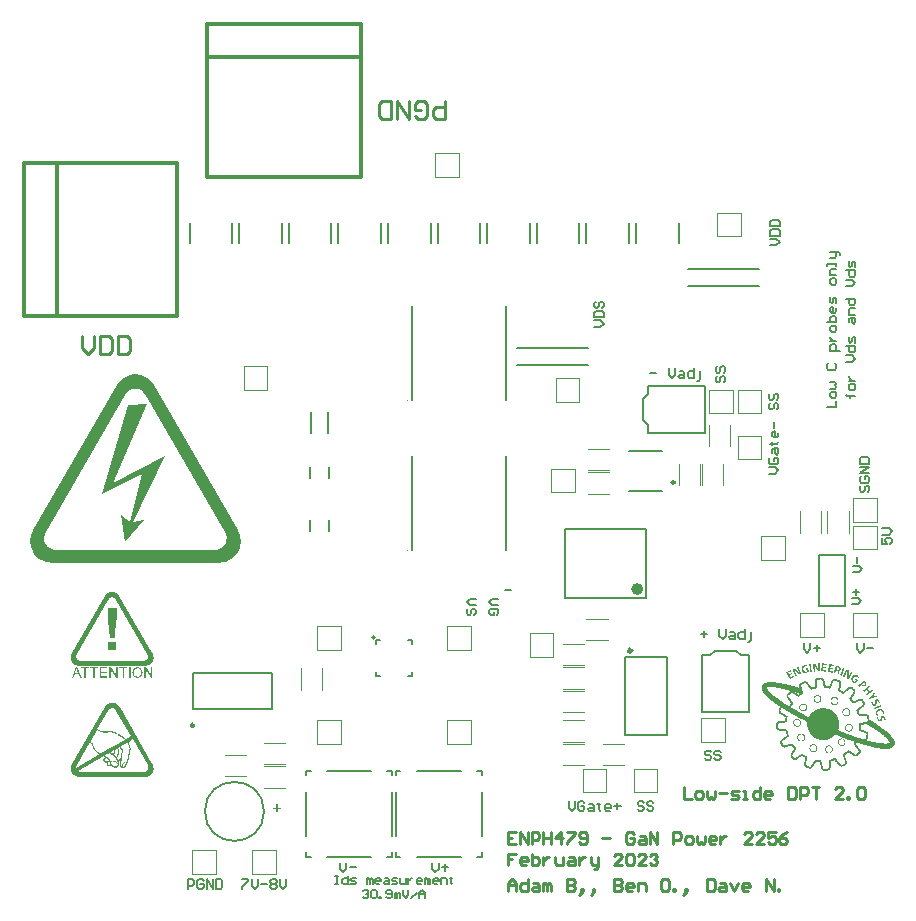
<source format=gbr>
%TF.GenerationSoftware,Altium Limited,Altium Designer,22.9.1 (49)*%
G04 Layer_Color=65535*
%FSLAX45Y45*%
%MOMM*%
%TF.SameCoordinates,E77D5F78-0586-4990-9624-58BD59020D5A*%
%TF.FilePolarity,Positive*%
%TF.FileFunction,Legend,Top*%
%TF.Part,Single*%
G01*
G75*
%TA.AperFunction,NonConductor*%
%ADD63C,0.10000*%
%ADD64C,0.20000*%
%ADD74C,0.50000*%
%ADD75C,0.25000*%
%ADD76C,0.30000*%
%ADD77C,0.12700*%
%ADD78C,0.15240*%
%ADD79C,0.15000*%
%ADD80C,0.25400*%
G36*
X6842424Y2073485D02*
X6859849D01*
Y2070581D01*
X6871465D01*
Y2067677D01*
X6874369D01*
Y2058965D01*
X6856945D01*
Y2061869D01*
X6848232D01*
Y2056061D01*
X6845328D01*
Y2047348D01*
X6851137D01*
Y2044444D01*
X6865657D01*
Y2041540D01*
X6868561D01*
Y2035732D01*
X6865657D01*
Y2032828D01*
X6854041D01*
Y2035732D01*
X6842424D01*
Y2029924D01*
X6839520D01*
Y2021212D01*
X6842424D01*
Y2018308D01*
X6854041D01*
Y2015404D01*
X6865657D01*
Y2003788D01*
X6854041D01*
Y2006692D01*
X6836616D01*
Y2009596D01*
X6827904D01*
Y2012500D01*
X6825000D01*
Y2029924D01*
X6827904D01*
Y2044444D01*
X6830808D01*
Y2056061D01*
X6833712D01*
Y2073485D01*
X6836616D01*
Y2076389D01*
X6842424D01*
Y2073485D01*
D02*
G37*
G36*
X6790152Y2079293D02*
X6810480D01*
Y2076389D01*
X6813384D01*
Y2067677D01*
X6787248D01*
Y2058965D01*
Y2056061D01*
Y2053156D01*
X6810480D01*
Y2041540D01*
X6793056D01*
Y2044444D01*
X6790152D01*
Y2041540D01*
X6784344D01*
Y2027020D01*
X6795960D01*
Y2024116D01*
X6810480D01*
Y2012500D01*
X6793056D01*
Y2015404D01*
X6769823D01*
Y2044444D01*
X6772727D01*
Y2079293D01*
X6775632D01*
Y2082197D01*
X6790152D01*
Y2079293D01*
D02*
G37*
G36*
X6755303Y2021212D02*
X6758207D01*
Y2018308D01*
X6755303D01*
Y2015404D01*
X6740783D01*
Y2018308D01*
X6737879D01*
Y2024116D01*
X6734975D01*
Y2027020D01*
X6732071D01*
Y2032828D01*
X6729167D01*
Y2038636D01*
X6726263D01*
Y2041540D01*
X6723359D01*
Y2047348D01*
X6720455D01*
Y2053156D01*
X6717551D01*
Y2058965D01*
X6714647D01*
Y2015404D01*
X6711743D01*
Y2012500D01*
X6705935D01*
Y2015404D01*
X6703031D01*
Y2035732D01*
X6700127D01*
Y2079293D01*
X6717551D01*
Y2076389D01*
X6720455D01*
Y2073485D01*
X6723359D01*
Y2067677D01*
X6726263D01*
Y2061869D01*
X6729167D01*
Y2058965D01*
X6732071D01*
Y2053156D01*
X6734975D01*
Y2047348D01*
X6737879D01*
Y2041540D01*
X6740783D01*
Y2038636D01*
X6743687D01*
Y2053156D01*
X6740783D01*
Y2082197D01*
X6755303D01*
Y2021212D01*
D02*
G37*
G36*
X6682702Y2056061D02*
X6685606D01*
Y2041540D01*
Y2038636D01*
Y2029924D01*
X6688510D01*
Y2018308D01*
X6691414D01*
Y2012500D01*
X6688510D01*
Y2009596D01*
X6676894D01*
Y2018308D01*
X6673990D01*
Y2032828D01*
X6671086D01*
Y2058965D01*
X6668182D01*
Y2076389D01*
X6682702D01*
Y2056061D01*
D02*
G37*
G36*
X6578157Y2044444D02*
X6581061D01*
Y2038636D01*
X6583965D01*
Y2027020D01*
X6586869D01*
Y2024116D01*
X6589773D01*
Y2021212D01*
Y2018308D01*
Y2015404D01*
X6592677D01*
Y2006692D01*
X6595581D01*
Y2000884D01*
X6598485D01*
Y1992172D01*
X6595581D01*
Y1989268D01*
X6581061D01*
Y1992172D01*
X6578157D01*
Y1995076D01*
X6575253D01*
Y1997980D01*
X6569445D01*
Y2000884D01*
X6566541D01*
Y2003788D01*
X6563637D01*
Y2006692D01*
X6560733D01*
Y2009596D01*
X6557828D01*
Y2012500D01*
X6554924D01*
Y2015404D01*
X6552020D01*
Y2018308D01*
X6546212D01*
Y2021212D01*
X6543308D01*
Y2018308D01*
X6546212D01*
Y2009596D01*
X6549116D01*
Y2003788D01*
X6552020D01*
Y1995076D01*
X6554924D01*
Y1989268D01*
X6557828D01*
Y1983460D01*
X6560733D01*
Y1977651D01*
X6557828D01*
Y1974747D01*
X6546212D01*
Y1983460D01*
X6543308D01*
Y1989268D01*
X6540404D01*
Y1997980D01*
X6537500D01*
Y2006692D01*
X6534596D01*
Y2012500D01*
X6531692D01*
Y2021212D01*
X6528788D01*
Y2029924D01*
X6525884D01*
Y2035732D01*
X6531692D01*
Y2038636D01*
X6537500D01*
Y2041540D01*
X6540404D01*
Y2038636D01*
X6546212D01*
Y2035732D01*
X6549116D01*
Y2032828D01*
X6552020D01*
Y2029924D01*
X6554924D01*
Y2027020D01*
X6560733D01*
Y2024116D01*
X6563637D01*
Y2021212D01*
X6566541D01*
Y2018308D01*
X6569445D01*
Y2015404D01*
X6572349D01*
Y2012500D01*
X6575253D01*
Y2009596D01*
X6578157D01*
Y2018308D01*
X6575253D01*
Y2024116D01*
X6572349D01*
Y2029924D01*
X6569445D01*
Y2038636D01*
X6566541D01*
Y2044444D01*
X6563637D01*
Y2047348D01*
X6566541D01*
Y2050252D01*
X6569445D01*
Y2053156D01*
X6578157D01*
Y2044444D01*
D02*
G37*
G36*
X6647854Y2058965D02*
X6630429D01*
Y2056061D01*
X6624621D01*
Y2053156D01*
X6621717D01*
Y2050252D01*
X6618813D01*
Y2047348D01*
X6615909D01*
Y2038636D01*
X6613005D01*
Y2032828D01*
X6615909D01*
Y2024116D01*
X6618813D01*
Y2021212D01*
X6621717D01*
Y2018308D01*
X6624621D01*
Y2015404D01*
X6627525D01*
Y2012500D01*
X6644950D01*
Y2015404D01*
X6647854D01*
Y2027020D01*
X6644950D01*
Y2029924D01*
X6636238D01*
Y2032828D01*
X6633333D01*
Y2038636D01*
X6636238D01*
Y2041540D01*
X6647854D01*
Y2044444D01*
X6656566D01*
Y2038636D01*
X6659470D01*
Y2024116D01*
X6662374D01*
Y2009596D01*
X6659470D01*
Y2006692D01*
X6650758D01*
Y2003788D01*
X6642046D01*
Y2000884D01*
X6621717D01*
Y2003788D01*
X6615909D01*
Y2006692D01*
X6610101D01*
Y2009596D01*
X6607197D01*
Y2015404D01*
X6604293D01*
Y2018308D01*
X6601389D01*
Y2032828D01*
X6598485D01*
Y2038636D01*
X6601389D01*
Y2050252D01*
X6604293D01*
Y2053156D01*
X6607197D01*
Y2058965D01*
X6613005D01*
Y2061869D01*
X6615909D01*
Y2064773D01*
X6621717D01*
Y2067677D01*
X6636238D01*
Y2070581D01*
X6647854D01*
Y2058965D01*
D02*
G37*
G36*
X6906313D02*
X6917930D01*
Y2056061D01*
X6920834D01*
Y2053156D01*
X6926642D01*
Y2050252D01*
X6929546D01*
Y2047348D01*
X6932450D01*
Y2029924D01*
X6929546D01*
Y2027020D01*
X6926642D01*
Y2024116D01*
X6923737D01*
Y2021212D01*
X6917930D01*
Y2015404D01*
X6920834D01*
Y2000884D01*
Y1997980D01*
Y1986364D01*
X6917930D01*
Y1989268D01*
X6909217D01*
Y1992172D01*
X6906313D01*
Y2015404D01*
X6903409D01*
Y2021212D01*
X6894697D01*
Y2015404D01*
X6891793D01*
Y2006692D01*
X6888889D01*
Y1997980D01*
X6877273D01*
Y2000884D01*
X6874369D01*
Y2009596D01*
X6877273D01*
Y2015404D01*
X6880177D01*
Y2027020D01*
X6883081D01*
Y2035732D01*
X6885985D01*
Y2044444D01*
X6888889D01*
Y2056061D01*
X6891793D01*
Y2061869D01*
X6906313D01*
Y2058965D01*
D02*
G37*
G36*
X6955682Y2041540D02*
X6961490D01*
Y2038636D01*
X6964394D01*
Y2029924D01*
X6961490D01*
Y2024116D01*
X6958586D01*
Y2015404D01*
X6955682D01*
Y2006692D01*
X6952778D01*
Y2003788D01*
X6949874D01*
Y1995076D01*
X6946970D01*
Y1986364D01*
X6944066D01*
Y1980556D01*
X6941162D01*
Y1977651D01*
X6935354D01*
Y1980556D01*
X6932450D01*
Y1983460D01*
X6929546D01*
Y1989268D01*
X6932450D01*
Y1997980D01*
X6935354D01*
Y2003788D01*
X6938258D01*
Y2009596D01*
X6941162D01*
Y2018308D01*
X6944066D01*
Y2027020D01*
X6946970D01*
Y2032828D01*
X6949874D01*
Y2041540D01*
X6952778D01*
Y2044444D01*
X6955682D01*
Y2041540D01*
D02*
G37*
G36*
X7060227Y1983460D02*
X7068940D01*
Y1980556D01*
X7077652D01*
Y1977651D01*
X7080556D01*
Y1974747D01*
X7083460D01*
Y1971843D01*
X7086364D01*
Y1968939D01*
X7089268D01*
Y1960227D01*
X7083460D01*
Y1957323D01*
X7080556D01*
Y1963131D01*
X7077652D01*
Y1966035D01*
X7071844D01*
Y1968939D01*
X7066036D01*
Y1971843D01*
X7051515D01*
Y1968939D01*
X7045707D01*
Y1966035D01*
X7042803D01*
Y1963131D01*
X7039899D01*
Y1957323D01*
X7036995D01*
Y1939899D01*
X7039899D01*
Y1936995D01*
X7042803D01*
Y1934091D01*
X7045707D01*
Y1931187D01*
X7048611D01*
Y1928283D01*
X7054419D01*
Y1931187D01*
X7057323D01*
Y1936995D01*
X7060227D01*
Y1942803D01*
X7054419D01*
Y1948611D01*
X7057323D01*
Y1954419D01*
X7063131D01*
Y1951515D01*
X7066036D01*
Y1948611D01*
X7071844D01*
Y1945707D01*
X7074748D01*
Y1942803D01*
X7077652D01*
Y1936995D01*
X7074748D01*
Y1934091D01*
X7071844D01*
Y1928283D01*
X7068940D01*
Y1925379D01*
X7066036D01*
Y1919571D01*
X7063131D01*
Y1916667D01*
X7060227D01*
Y1913762D01*
X7051515D01*
Y1916667D01*
X7048611D01*
Y1919571D01*
X7039899D01*
Y1922475D01*
X7036995D01*
Y1925379D01*
X7034091D01*
Y1928283D01*
X7031187D01*
Y1931187D01*
X7028283D01*
Y1934091D01*
X7025379D01*
Y1939899D01*
X7022475D01*
Y1963131D01*
X7025379D01*
Y1968939D01*
X7028283D01*
Y1971843D01*
X7031187D01*
Y1974747D01*
X7034091D01*
Y1977651D01*
X7036995D01*
Y1980556D01*
X7039899D01*
Y1983460D01*
X7051515D01*
Y1986364D01*
X7060227D01*
Y1983460D01*
D02*
G37*
G36*
X6508460Y2024116D02*
X6511364D01*
Y2015404D01*
X6508460D01*
Y2012500D01*
X6502652D01*
Y2009596D01*
X6499748D01*
Y2006692D01*
X6491036D01*
Y2000884D01*
X6493940D01*
Y1995076D01*
X6496844D01*
Y1992172D01*
X6502652D01*
Y1995076D01*
X6508460D01*
Y1997980D01*
X6514268D01*
Y2000884D01*
X6520076D01*
Y1997980D01*
X6522980D01*
Y1992172D01*
X6520076D01*
Y1989268D01*
X6514268D01*
Y1986364D01*
X6511364D01*
Y1983460D01*
X6505556D01*
Y1971843D01*
X6508460D01*
Y1968939D01*
X6511364D01*
Y1966035D01*
X6514268D01*
Y1968939D01*
X6517172D01*
Y1971843D01*
X6522980D01*
Y1974747D01*
X6531692D01*
Y1977651D01*
X6537500D01*
Y1966035D01*
X6531692D01*
Y1963131D01*
X6528788D01*
Y1960227D01*
X6520076D01*
Y1957323D01*
X6514268D01*
Y1954419D01*
X6511364D01*
Y1951515D01*
X6499748D01*
Y1957323D01*
X6496844D01*
Y1963131D01*
X6493940D01*
Y1968939D01*
X6491036D01*
Y1974747D01*
X6488132D01*
Y1980556D01*
X6485228D01*
Y1986364D01*
X6482323D01*
Y1992172D01*
X6479419D01*
Y1997980D01*
X6476515D01*
Y2003788D01*
X6473611D01*
Y2009596D01*
X6476515D01*
Y2012500D01*
X6485228D01*
Y2015404D01*
X6488132D01*
Y2018308D01*
X6493940D01*
Y2021212D01*
X6502652D01*
Y2024116D01*
X6505556D01*
Y2027020D01*
X6508460D01*
Y2024116D01*
D02*
G37*
G36*
X6990531Y2027020D02*
X6996339D01*
Y2024116D01*
X6999243D01*
Y1977651D01*
X7005051D01*
Y1986364D01*
X7007955D01*
Y1992172D01*
X7010859D01*
Y1997980D01*
X7013763D01*
Y2003788D01*
X7016667D01*
Y2006692D01*
X7019571D01*
Y2012500D01*
X7025379D01*
Y2009596D01*
X7028283D01*
Y2006692D01*
X7031187D01*
Y2000884D01*
X7028283D01*
Y1997980D01*
X7025379D01*
Y1989268D01*
X7022475D01*
Y1986364D01*
X7019571D01*
Y1977651D01*
X7016667D01*
Y1974747D01*
X7013763D01*
Y1968939D01*
X7010859D01*
Y1963131D01*
X7007955D01*
Y1957323D01*
X7005051D01*
Y1951515D01*
X7002147D01*
Y1948611D01*
X6999243D01*
Y1951515D01*
X6990531D01*
Y1954419D01*
X6987626D01*
Y2006692D01*
X6981818D01*
Y1997980D01*
X6978914D01*
Y1989268D01*
X6976010D01*
Y1986364D01*
X6973106D01*
Y1980556D01*
X6970202D01*
Y1974747D01*
X6967298D01*
Y1968939D01*
X6958586D01*
Y1971843D01*
X6955682D01*
Y1980556D01*
X6958586D01*
Y1986364D01*
X6961490D01*
Y1992172D01*
X6964394D01*
Y1997980D01*
X6967298D01*
Y2003788D01*
X6970202D01*
Y2006692D01*
Y2009596D01*
X6973106D01*
Y2015404D01*
X6976010D01*
Y2021212D01*
X6978914D01*
Y2027020D01*
X6981818D01*
Y2029924D01*
X6990531D01*
Y2027020D01*
D02*
G37*
G36*
X7129925Y1934091D02*
X7132829D01*
Y1931187D01*
X7135732D01*
Y1928283D01*
X7138636D01*
Y1925379D01*
X7141541D01*
Y1922475D01*
X7144445D01*
Y1919571D01*
X7147349D01*
Y1916667D01*
X7150253D01*
Y1896338D01*
X7147349D01*
Y1890530D01*
X7141541D01*
Y1887626D01*
X7118308D01*
Y1890530D01*
X7115404D01*
Y1893434D01*
X7112500D01*
Y1896338D01*
X7103788D01*
Y1893434D01*
X7100884D01*
Y1890530D01*
X7097980D01*
Y1887626D01*
X7095076D01*
Y1884722D01*
X7092172D01*
Y1881818D01*
X7089268D01*
Y1884722D01*
X7086364D01*
Y1887626D01*
X7083460D01*
Y1890530D01*
Y1893434D01*
Y1896338D01*
X7089268D01*
Y1902147D01*
X7092172D01*
Y1905051D01*
X7097980D01*
Y1910859D01*
X7100884D01*
Y1913762D01*
X7103788D01*
Y1916667D01*
X7106692D01*
Y1919571D01*
X7109596D01*
Y1922475D01*
X7112500D01*
Y1925379D01*
X7115404D01*
Y1928283D01*
X7118308D01*
Y1931187D01*
X7121212D01*
Y1934091D01*
X7124116D01*
Y1936995D01*
X7129925D01*
Y1934091D01*
D02*
G37*
G36*
X6778536Y1960227D02*
X6781440D01*
Y1957323D01*
X6787248D01*
Y1951515D01*
X6790152D01*
Y1948611D01*
X6793056D01*
Y1936995D01*
X6795960D01*
Y1928283D01*
X6798864D01*
Y1913762D01*
X6801768D01*
Y1902147D01*
X6804672D01*
Y1893434D01*
X6807576D01*
Y1890530D01*
X6819192D01*
Y1887626D01*
X6833712D01*
Y1890530D01*
X6836616D01*
Y1893434D01*
X6839520D01*
Y1902147D01*
X6842424D01*
Y1907955D01*
X6845328D01*
Y1910859D01*
X6848232D01*
Y1919571D01*
X6851137D01*
Y1925379D01*
X6854041D01*
Y1931187D01*
X6856945D01*
Y1936995D01*
X6859849D01*
Y1939899D01*
X6862753D01*
Y1942803D01*
X6865657D01*
Y1945707D01*
X6868561D01*
Y1948611D01*
X6874369D01*
Y1951515D01*
X6891793D01*
Y1948611D01*
X6900505D01*
Y1945707D01*
X6909217D01*
Y1942803D01*
X6920834D01*
Y1939899D01*
X6923737D01*
Y1936995D01*
X6926642D01*
Y1934091D01*
X6929546D01*
Y1931187D01*
X6932450D01*
Y1928283D01*
X6935354D01*
Y1899242D01*
X6932450D01*
Y1876010D01*
X6929546D01*
Y1864394D01*
X6926642D01*
Y1858586D01*
X6929546D01*
Y1855682D01*
X6935354D01*
Y1852778D01*
X6938258D01*
Y1849874D01*
X6944066D01*
Y1846970D01*
X6949874D01*
Y1844066D01*
X6958586D01*
Y1846970D01*
X6961490D01*
Y1849874D01*
X6964394D01*
Y1852778D01*
X6967298D01*
Y1855682D01*
X6973106D01*
Y1858586D01*
X6976010D01*
Y1861490D01*
X6978914D01*
Y1864394D01*
X6981818D01*
Y1867298D01*
X6987626D01*
Y1870202D01*
X6990531D01*
Y1873106D01*
X6993435D01*
Y1876010D01*
X6996339D01*
Y1878914D01*
X7002147D01*
Y1881818D01*
X7028283D01*
Y1878914D01*
X7034091D01*
Y1876010D01*
X7036995D01*
Y1873106D01*
X7039899D01*
Y1870202D01*
X7045707D01*
Y1867298D01*
X7048611D01*
Y1864394D01*
X7051515D01*
Y1861490D01*
X7054419D01*
Y1855682D01*
X7057323D01*
Y1832449D01*
X7054419D01*
Y1829545D01*
X7051515D01*
Y1823737D01*
X7048611D01*
Y1817929D01*
X7045707D01*
Y1815025D01*
X7042803D01*
Y1809217D01*
X7039899D01*
Y1806313D01*
X7036995D01*
Y1800505D01*
X7034091D01*
Y1794697D01*
X7031187D01*
Y1791793D01*
X7028283D01*
Y1785985D01*
X7025379D01*
Y1780177D01*
X7028283D01*
Y1774369D01*
X7031187D01*
Y1771465D01*
X7034091D01*
Y1768561D01*
X7036995D01*
Y1765657D01*
X7039899D01*
Y1762752D01*
X7048611D01*
Y1765657D01*
X7057323D01*
Y1768561D01*
X7060227D01*
Y1771465D01*
X7071844D01*
Y1774369D01*
X7077652D01*
Y1777273D01*
X7083460D01*
Y1780177D01*
X7095076D01*
Y1783081D01*
X7109596D01*
Y1780177D01*
X7115404D01*
Y1777273D01*
X7121212D01*
Y1771465D01*
X7124116D01*
Y1768561D01*
X7127020D01*
Y1762752D01*
X7129925D01*
Y1756944D01*
X7132829D01*
Y1754040D01*
X7135732D01*
Y1727904D01*
X7132829D01*
Y1722096D01*
X7129925D01*
Y1719192D01*
X7127020D01*
Y1716288D01*
X7124116D01*
Y1713384D01*
X7121212D01*
Y1710480D01*
X7115404D01*
Y1707576D01*
X7112500D01*
Y1704672D01*
X7109596D01*
Y1701768D01*
X7106692D01*
Y1698864D01*
X7103788D01*
Y1695960D01*
X7097980D01*
Y1693056D01*
X7095076D01*
Y1690152D01*
X7092172D01*
Y1687248D01*
X7089268D01*
Y1684343D01*
X7086364D01*
Y1672727D01*
X7089268D01*
Y1664015D01*
X7092172D01*
Y1658207D01*
X7112500D01*
Y1655303D01*
X7153157D01*
Y1652399D01*
X7158965D01*
Y1649495D01*
X7164773D01*
Y1646591D01*
X7167677D01*
Y1643687D01*
X7170581D01*
Y1637879D01*
X7173485D01*
Y1626263D01*
X7176389D01*
Y1605934D01*
X7179293D01*
Y1603030D01*
X7182197D01*
Y1600126D01*
X7188005D01*
Y1597222D01*
X7190909D01*
Y1594318D01*
X7196717D01*
Y1591414D01*
X7202525D01*
Y1588510D01*
X7205430D01*
Y1585606D01*
X7211238D01*
Y1582702D01*
X7214142D01*
Y1579798D01*
X7219950D01*
Y1576894D01*
X7225758D01*
Y1573990D01*
X7228662D01*
Y1571086D01*
X7234470D01*
Y1568182D01*
X7237374D01*
Y1565278D01*
X7240278D01*
Y1562374D01*
X7246086D01*
Y1559470D01*
X7248990D01*
Y1556566D01*
X7254798D01*
Y1553662D01*
X7260606D01*
Y1550758D01*
X7263510D01*
Y1547853D01*
X7266414D01*
Y1544949D01*
X7272222D01*
Y1542045D01*
X7275126D01*
Y1539141D01*
X7280935D01*
Y1536237D01*
X7283839D01*
Y1533333D01*
X7286743D01*
Y1530429D01*
X7292551D01*
Y1527525D01*
X7295455D01*
Y1524621D01*
X7298359D01*
Y1521717D01*
X7304167D01*
Y1518813D01*
X7307071D01*
Y1515909D01*
X7309975D01*
Y1513005D01*
X7312879D01*
Y1510101D01*
X7318687D01*
Y1507197D01*
X7321591D01*
Y1504293D01*
X7324495D01*
Y1501389D01*
X7327399D01*
Y1498485D01*
X7330303D01*
Y1495581D01*
X7333207D01*
Y1492677D01*
X7339015D01*
Y1489773D01*
X7341919D01*
Y1486869D01*
X7344824D01*
Y1483965D01*
X7347727D01*
Y1481061D01*
X7350631D01*
Y1478157D01*
X7353535D01*
Y1475253D01*
X7356440D01*
Y1472349D01*
X7359344D01*
Y1469444D01*
X7362248D01*
Y1463636D01*
X7365152D01*
Y1460732D01*
X7368056D01*
Y1457828D01*
X7370960D01*
Y1454924D01*
X7373864D01*
Y1452020D01*
X7376768D01*
Y1446212D01*
X7379672D01*
Y1443308D01*
X7382576D01*
Y1437500D01*
X7385480D01*
Y1428788D01*
X7388384D01*
Y1422980D01*
X7391288D01*
Y1393939D01*
X7388384D01*
Y1391035D01*
X7385480D01*
Y1385227D01*
X7382576D01*
Y1379419D01*
X7379672D01*
Y1376515D01*
X7373864D01*
Y1373611D01*
X7370960D01*
Y1370707D01*
X7365152D01*
Y1367803D01*
X7356440D01*
Y1364899D01*
X7353535D01*
Y1361995D01*
X7330303D01*
Y1359091D01*
X7298359D01*
Y1361995D01*
X7263510D01*
Y1364899D01*
X7251894D01*
Y1367803D01*
X7231566D01*
Y1370707D01*
X7217046D01*
Y1373611D01*
X7205430D01*
Y1376515D01*
X7188005D01*
Y1379419D01*
X7182197D01*
Y1382323D01*
X7167677D01*
Y1385227D01*
X7153157D01*
Y1388131D01*
X7147349D01*
Y1391035D01*
X7135732D01*
Y1393939D01*
X7124116D01*
Y1396844D01*
X7115404D01*
Y1399748D01*
X7103788D01*
Y1402651D01*
X7097980D01*
Y1405555D01*
X7086364D01*
Y1408459D01*
X7074748D01*
Y1411364D01*
X7071844D01*
Y1414268D01*
X7068940D01*
Y1411364D01*
X7066036D01*
Y1408459D01*
X7063131D01*
Y1405555D01*
X7060227D01*
Y1396844D01*
X7063131D01*
Y1393939D01*
X7066036D01*
Y1391035D01*
X7068940D01*
Y1388131D01*
X7071844D01*
Y1385227D01*
X7074748D01*
Y1379419D01*
X7077652D01*
Y1376515D01*
X7080556D01*
Y1373611D01*
X7083460D01*
Y1370707D01*
X7086364D01*
Y1367803D01*
X7089268D01*
Y1364899D01*
X7092172D01*
Y1361995D01*
X7095076D01*
Y1356187D01*
X7097980D01*
Y1353283D01*
X7100884D01*
Y1347475D01*
X7103788D01*
Y1330050D01*
X7100884D01*
Y1327146D01*
X7097980D01*
Y1321338D01*
X7095076D01*
Y1318434D01*
X7092172D01*
Y1315530D01*
X7089268D01*
Y1312626D01*
X7086364D01*
Y1309722D01*
X7083460D01*
Y1303914D01*
X7080556D01*
Y1301010D01*
X7074748D01*
Y1298106D01*
X7068940D01*
Y1295202D01*
X7048611D01*
Y1298106D01*
X7042803D01*
Y1301010D01*
X7039899D01*
Y1303914D01*
X7034091D01*
Y1306818D01*
X7028283D01*
Y1309722D01*
X7025379D01*
Y1312626D01*
X7022475D01*
Y1315530D01*
X7016667D01*
Y1318434D01*
X7013763D01*
Y1321338D01*
X7007955D01*
Y1324242D01*
X7005051D01*
Y1327146D01*
X6996339D01*
Y1324242D01*
X6993435D01*
Y1321338D01*
X6987626D01*
Y1318434D01*
X6984722D01*
Y1315530D01*
X6981818D01*
Y1312626D01*
X6978914D01*
Y1309722D01*
X6976010D01*
Y1306818D01*
X6970202D01*
Y1295202D01*
X6973106D01*
Y1283586D01*
X6976010D01*
Y1277778D01*
X6978914D01*
Y1269066D01*
X6981818D01*
Y1260354D01*
X6984722D01*
Y1254545D01*
X6987626D01*
Y1234217D01*
X6984722D01*
Y1231313D01*
X6981818D01*
Y1225505D01*
X6978914D01*
Y1222601D01*
X6973106D01*
Y1219697D01*
X6967298D01*
Y1216793D01*
X6964394D01*
Y1213889D01*
X6955682D01*
Y1210985D01*
X6946970D01*
Y1208081D01*
X6932450D01*
Y1210985D01*
X6926642D01*
Y1213889D01*
X6920834D01*
Y1216793D01*
X6917930D01*
Y1219697D01*
X6915026D01*
Y1222601D01*
X6912121D01*
Y1228409D01*
X6909217D01*
Y1231313D01*
X6906313D01*
Y1234217D01*
X6903409D01*
Y1240025D01*
X6900505D01*
Y1242929D01*
X6897601D01*
Y1245833D01*
X6894697D01*
Y1251641D01*
X6888889D01*
Y1257450D01*
X6885985D01*
Y1260354D01*
X6883081D01*
Y1263258D01*
X6880177D01*
Y1260354D01*
X6868561D01*
Y1257450D01*
X6856945D01*
Y1254545D01*
X6854041D01*
Y1251641D01*
X6851137D01*
Y1231313D01*
X6848232D01*
Y1196465D01*
X6845328D01*
Y1190656D01*
X6842424D01*
Y1184849D01*
X6839520D01*
Y1181945D01*
X6836616D01*
Y1179040D01*
X6830808D01*
Y1176136D01*
X6825000D01*
Y1173232D01*
X6784344D01*
Y1176136D01*
X6781440D01*
Y1179040D01*
X6778536D01*
Y1181945D01*
X6772727D01*
Y1187753D01*
X6769823D01*
Y1196465D01*
X6766919D01*
Y1205177D01*
X6764015D01*
Y1219697D01*
X6761111D01*
Y1231313D01*
X6758207D01*
Y1242929D01*
X6755303D01*
Y1248737D01*
X6740783D01*
Y1251641D01*
X6723359D01*
Y1245833D01*
X6720455D01*
Y1242929D01*
X6717551D01*
Y1237121D01*
X6714647D01*
Y1231313D01*
X6711743D01*
Y1228409D01*
X6708839D01*
Y1222601D01*
X6705935D01*
Y1216793D01*
X6703031D01*
Y1213889D01*
X6700127D01*
Y1208081D01*
X6697222D01*
Y1202273D01*
X6694318D01*
Y1199369D01*
X6691414D01*
Y1196465D01*
X6685606D01*
Y1193560D01*
X6679798D01*
Y1190656D01*
X6662374D01*
Y1193560D01*
X6656566D01*
Y1196465D01*
X6647854D01*
Y1199369D01*
X6639142D01*
Y1202273D01*
X6636238D01*
Y1205177D01*
X6630429D01*
Y1210985D01*
X6627525D01*
Y1213889D01*
X6624621D01*
Y1248737D01*
X6627525D01*
Y1266162D01*
X6630429D01*
Y1286490D01*
X6627525D01*
Y1289394D01*
X6621717D01*
Y1292298D01*
X6615909D01*
Y1295202D01*
X6607197D01*
Y1298106D01*
X6604293D01*
Y1295202D01*
X6595581D01*
Y1292298D01*
X6592677D01*
Y1289394D01*
X6586869D01*
Y1286490D01*
X6583965D01*
Y1283586D01*
X6581061D01*
Y1280682D01*
X6575253D01*
Y1277778D01*
X6572349D01*
Y1274874D01*
X6569445D01*
Y1271970D01*
X6563637D01*
Y1269066D01*
X6560733D01*
Y1266162D01*
X6552020D01*
Y1263258D01*
X6537500D01*
Y1266162D01*
X6528788D01*
Y1269066D01*
X6525884D01*
Y1271970D01*
X6522980D01*
Y1274874D01*
X6520076D01*
Y1277778D01*
X6517172D01*
Y1280682D01*
X6514268D01*
Y1283586D01*
X6511364D01*
Y1286490D01*
X6508460D01*
Y1312626D01*
X6511364D01*
Y1315530D01*
X6514268D01*
Y1321338D01*
X6517172D01*
Y1327146D01*
X6520076D01*
Y1332954D01*
X6522980D01*
Y1338763D01*
X6525884D01*
Y1341667D01*
X6528788D01*
Y1347475D01*
X6531692D01*
Y1353283D01*
X6534596D01*
Y1356187D01*
X6537500D01*
Y1364899D01*
X6534596D01*
Y1367803D01*
X6531692D01*
Y1370707D01*
X6528788D01*
Y1373611D01*
X6525884D01*
Y1376515D01*
X6522980D01*
Y1379419D01*
X6520076D01*
Y1382323D01*
X6517172D01*
Y1385227D01*
X6505556D01*
Y1382323D01*
X6493940D01*
Y1379419D01*
X6485228D01*
Y1376515D01*
X6473611D01*
Y1373611D01*
X6464899D01*
Y1370707D01*
X6450379D01*
Y1373611D01*
X6444571D01*
Y1376515D01*
X6438763D01*
Y1379419D01*
X6435859D01*
Y1382323D01*
X6432955D01*
Y1385227D01*
X6430051D01*
Y1393939D01*
X6427147D01*
Y1399748D01*
X6424243D01*
Y1402651D01*
X6421339D01*
Y1428788D01*
X6424243D01*
Y1431692D01*
X6427147D01*
Y1437500D01*
X6432955D01*
Y1440404D01*
X6435859D01*
Y1443308D01*
X6438763D01*
Y1446212D01*
X6444571D01*
Y1449116D01*
X6447475D01*
Y1452020D01*
X6453283D01*
Y1454924D01*
X6456187D01*
Y1457828D01*
X6459091D01*
Y1460732D01*
X6464899D01*
Y1463636D01*
X6467803D01*
Y1466540D01*
X6470707D01*
Y1469444D01*
X6476515D01*
Y1481061D01*
X6473611D01*
Y1492677D01*
X6470707D01*
Y1504293D01*
X6467803D01*
Y1507197D01*
X6459091D01*
Y1510101D01*
X6430051D01*
Y1513005D01*
X6412626D01*
Y1515909D01*
X6401010D01*
Y1518813D01*
X6398106D01*
Y1521717D01*
X6395202D01*
Y1524621D01*
X6392298D01*
Y1530429D01*
X6389394D01*
Y1576894D01*
X6392298D01*
Y1579798D01*
X6395202D01*
Y1585606D01*
X6401010D01*
Y1588510D01*
X6403914D01*
Y1591414D01*
X6421339D01*
Y1594318D01*
X6444571D01*
Y1597222D01*
X6461995D01*
Y1600126D01*
X6464899D01*
Y1617550D01*
X6467803D01*
Y1626263D01*
X6464899D01*
Y1629167D01*
X6461995D01*
Y1632071D01*
X6456187D01*
Y1634975D01*
X6450379D01*
Y1637879D01*
X6447475D01*
Y1640783D01*
X6441667D01*
Y1643687D01*
X6438763D01*
Y1646591D01*
X6430051D01*
Y1649495D01*
X6427147D01*
Y1652399D01*
X6421339D01*
Y1655303D01*
X6415530D01*
Y1658207D01*
X6412626D01*
Y1664015D01*
X6409723D01*
Y1666919D01*
X6406818D01*
Y1690152D01*
X6409723D01*
Y1695960D01*
X6412626D01*
Y1707576D01*
X6415530D01*
Y1713384D01*
X6418434D01*
Y1719192D01*
X6412626D01*
Y1722096D01*
X6409723D01*
Y1725000D01*
X6403914D01*
Y1727904D01*
X6401010D01*
Y1730808D01*
X6398106D01*
Y1733712D01*
X6392298D01*
Y1736616D01*
X6389394D01*
Y1739520D01*
X6383586D01*
Y1742424D01*
X6380682D01*
Y1745328D01*
X6377778D01*
Y1748232D01*
X6371970D01*
Y1751136D01*
X6366162D01*
Y1754040D01*
X6363258D01*
Y1756944D01*
X6360354D01*
Y1759848D01*
X6357450D01*
Y1762752D01*
X6351642D01*
Y1765657D01*
X6348738D01*
Y1768561D01*
X6345834D01*
Y1771465D01*
X6342929D01*
Y1774369D01*
X6337121D01*
Y1777273D01*
X6334217D01*
Y1780177D01*
X6331313D01*
Y1783081D01*
X6328409D01*
Y1785985D01*
X6325505D01*
Y1788889D01*
X6319697D01*
Y1791793D01*
X6316793D01*
Y1794697D01*
X6313889D01*
Y1797601D01*
X6310985D01*
Y1800505D01*
X6308081D01*
Y1803409D01*
X6305177D01*
Y1806313D01*
X6302273D01*
Y1809217D01*
X6299369D01*
Y1812121D01*
X6296465D01*
Y1815025D01*
X6293561D01*
Y1817929D01*
X6290657D01*
Y1823737D01*
X6287753D01*
Y1826642D01*
X6284849D01*
Y1829545D01*
X6281945D01*
Y1835353D01*
X6279041D01*
Y1838257D01*
X6276137D01*
Y1841162D01*
X6273233D01*
Y1846970D01*
X6270329D01*
Y1852778D01*
X6267424D01*
Y1861490D01*
X6264520D01*
Y1890530D01*
X6267424D01*
Y1896338D01*
X6270329D01*
Y1902147D01*
X6273233D01*
Y1905051D01*
X6276137D01*
Y1907955D01*
X6279041D01*
Y1910859D01*
X6284849D01*
Y1913762D01*
X6287753D01*
Y1916667D01*
X6293561D01*
Y1919571D01*
X6305177D01*
Y1922475D01*
X6316793D01*
Y1925379D01*
X6369066D01*
Y1922475D01*
X6389394D01*
Y1919571D01*
X6409723D01*
Y1916667D01*
X6424243D01*
Y1913762D01*
X6438763D01*
Y1910859D01*
X6456187D01*
Y1907955D01*
X6464899D01*
Y1905051D01*
X6476515D01*
Y1902147D01*
X6491036D01*
Y1899242D01*
X6499748D01*
Y1896338D01*
X6511364D01*
Y1893434D01*
X6520076D01*
Y1890530D01*
X6531692D01*
Y1887626D01*
X6543308D01*
Y1884722D01*
X6549116D01*
Y1881818D01*
X6560733D01*
Y1878914D01*
X6572349D01*
Y1876010D01*
X6578157D01*
Y1873106D01*
X6583965D01*
Y1881818D01*
X6581061D01*
Y1899242D01*
X6583965D01*
Y1907955D01*
X6586869D01*
Y1910859D01*
X6589773D01*
Y1913762D01*
X6592677D01*
Y1916667D01*
X6598485D01*
Y1919571D01*
X6604293D01*
Y1922475D01*
X6610101D01*
Y1925379D01*
X6615909D01*
Y1928283D01*
X6624621D01*
Y1931187D01*
X6639142D01*
Y1928283D01*
X6644950D01*
Y1925379D01*
X6650758D01*
Y1922475D01*
X6653662D01*
Y1919571D01*
X6656566D01*
Y1913762D01*
X6659470D01*
Y1910859D01*
X6662374D01*
Y1907955D01*
X6665278D01*
Y1905051D01*
X6668182D01*
Y1899242D01*
X6671086D01*
Y1896338D01*
X6673990D01*
Y1893434D01*
X6676894D01*
Y1890530D01*
X6679798D01*
Y1884722D01*
X6682702D01*
Y1881818D01*
X6685606D01*
Y1878914D01*
X6697222D01*
Y1881818D01*
X6708839D01*
Y1884722D01*
X6711743D01*
Y1939899D01*
X6714647D01*
Y1948611D01*
X6717551D01*
Y1951515D01*
X6720455D01*
Y1954419D01*
X6723359D01*
Y1957323D01*
X6726263D01*
Y1960227D01*
X6734975D01*
Y1963131D01*
X6778536D01*
Y1960227D01*
D02*
G37*
G36*
X7176389Y1887626D02*
X7179293D01*
Y1881818D01*
X7176389D01*
Y1878914D01*
X7173485D01*
Y1876010D01*
X7170581D01*
Y1873106D01*
X7167677D01*
Y1870202D01*
X7161869D01*
Y1864394D01*
X7164773D01*
Y1861490D01*
X7167677D01*
Y1855682D01*
X7170581D01*
Y1852778D01*
X7173485D01*
Y1849874D01*
X7176389D01*
Y1846970D01*
X7182197D01*
Y1849874D01*
X7185101D01*
Y1852778D01*
X7188005D01*
Y1855682D01*
X7190909D01*
Y1858586D01*
X7193813D01*
Y1861490D01*
X7199621D01*
Y1858586D01*
X7202525D01*
Y1855682D01*
X7205430D01*
Y1849874D01*
X7202525D01*
Y1846970D01*
X7199621D01*
Y1844066D01*
X7193813D01*
Y1841162D01*
X7190909D01*
Y1838257D01*
X7188005D01*
Y1835353D01*
X7185101D01*
Y1832449D01*
X7179293D01*
Y1829545D01*
X7176389D01*
Y1826642D01*
X7173485D01*
Y1823737D01*
X7170581D01*
Y1820833D01*
X7167677D01*
Y1817929D01*
X7161869D01*
Y1815025D01*
X7158965D01*
Y1812121D01*
X7153157D01*
Y1815025D01*
X7150253D01*
Y1823737D01*
X7153157D01*
Y1826642D01*
X7156061D01*
Y1829545D01*
X7158965D01*
Y1832449D01*
X7161869D01*
Y1835353D01*
X7167677D01*
Y1841162D01*
X7164773D01*
Y1846970D01*
X7161869D01*
Y1849874D01*
X7158965D01*
Y1852778D01*
X7156061D01*
Y1855682D01*
X7153157D01*
Y1858586D01*
X7147349D01*
Y1855682D01*
X7144445D01*
Y1852778D01*
X7141541D01*
Y1849874D01*
X7138636D01*
Y1846970D01*
X7135732D01*
Y1844066D01*
X7127020D01*
Y1846970D01*
X7124116D01*
Y1849874D01*
X7121212D01*
Y1852778D01*
X7124116D01*
Y1855682D01*
X7127020D01*
Y1858586D01*
X7132829D01*
Y1861490D01*
X7135732D01*
Y1864394D01*
X7138636D01*
Y1867298D01*
X7141541D01*
Y1870202D01*
X7144445D01*
Y1873106D01*
X7150253D01*
Y1876010D01*
X7153157D01*
Y1878914D01*
X7156061D01*
Y1881818D01*
X7158965D01*
Y1884722D01*
X7161869D01*
Y1887626D01*
X7167677D01*
Y1890530D01*
X7176389D01*
Y1887626D01*
D02*
G37*
G36*
X7217046Y1835353D02*
X7219950D01*
Y1829545D01*
X7222854D01*
Y1826642D01*
X7219950D01*
Y1820833D01*
X7217046D01*
Y1817929D01*
X7214142D01*
Y1812121D01*
X7211238D01*
Y1809217D01*
X7208334D01*
Y1806313D01*
X7205430D01*
Y1803409D01*
X7231566D01*
Y1806313D01*
X7237374D01*
Y1803409D01*
X7240278D01*
Y1800505D01*
X7243182D01*
Y1794697D01*
X7214142D01*
Y1791793D01*
X7199621D01*
Y1788889D01*
X7193813D01*
Y1785985D01*
X7188005D01*
Y1783081D01*
X7185101D01*
Y1780177D01*
X7182197D01*
Y1777273D01*
X7176389D01*
Y1780177D01*
X7173485D01*
Y1785985D01*
X7170581D01*
Y1788889D01*
X7173485D01*
Y1791793D01*
X7179293D01*
Y1794697D01*
X7182197D01*
Y1797601D01*
X7188005D01*
Y1800505D01*
X7190909D01*
Y1803409D01*
X7193813D01*
Y1806313D01*
X7196717D01*
Y1812121D01*
X7199621D01*
Y1817929D01*
X7202525D01*
Y1820833D01*
X7205430D01*
Y1826642D01*
X7208334D01*
Y1832449D01*
X7211238D01*
Y1838257D01*
X7217046D01*
Y1835353D01*
D02*
G37*
G36*
X7243182Y1777273D02*
X7248990D01*
Y1774369D01*
X7254798D01*
Y1771465D01*
X7257702D01*
Y1768561D01*
X7260606D01*
Y1759848D01*
X7263510D01*
Y1754040D01*
X7266414D01*
Y1748232D01*
X7254798D01*
Y1754040D01*
X7251894D01*
Y1762752D01*
X7248990D01*
Y1765657D01*
X7237374D01*
Y1736616D01*
X7234470D01*
Y1730808D01*
X7231566D01*
Y1727904D01*
X7228662D01*
Y1725000D01*
X7208334D01*
Y1727904D01*
X7205430D01*
Y1730808D01*
X7202525D01*
Y1733712D01*
X7199621D01*
Y1739520D01*
X7196717D01*
Y1748232D01*
X7193813D01*
Y1756944D01*
X7196717D01*
Y1759848D01*
X7202525D01*
Y1756944D01*
X7205430D01*
Y1745328D01*
X7208334D01*
Y1739520D01*
X7211238D01*
Y1736616D01*
X7219950D01*
Y1739520D01*
X7222854D01*
Y1765657D01*
X7225758D01*
Y1771465D01*
X7228662D01*
Y1774369D01*
X7231566D01*
Y1777273D01*
X7237374D01*
Y1780177D01*
X7243182D01*
Y1777273D01*
D02*
G37*
G36*
X7275126Y1727904D02*
X7278030D01*
Y1719192D01*
X7275126D01*
Y1716288D01*
X7266414D01*
Y1713384D01*
X7263510D01*
Y1710480D01*
X7254798D01*
Y1707576D01*
X7246086D01*
Y1704672D01*
X7240278D01*
Y1701768D01*
X7231566D01*
Y1698864D01*
X7225758D01*
Y1695960D01*
X7219950D01*
Y1698864D01*
X7217046D01*
Y1701768D01*
X7214142D01*
Y1704672D01*
X7217046D01*
Y1707576D01*
X7219950D01*
Y1710480D01*
X7225758D01*
Y1713384D01*
X7231566D01*
Y1716288D01*
X7240278D01*
Y1719192D01*
X7248990D01*
Y1722096D01*
X7254798D01*
Y1725000D01*
X7263510D01*
Y1727904D01*
X7269318D01*
Y1730808D01*
X7275126D01*
Y1727904D01*
D02*
G37*
G36*
Y1693056D02*
X7283839D01*
Y1690152D01*
X7286743D01*
Y1687248D01*
X7289647D01*
Y1684343D01*
X7292551D01*
Y1678535D01*
X7295455D01*
Y1675631D01*
X7298359D01*
Y1661111D01*
X7301263D01*
Y1658207D01*
X7298359D01*
Y1655303D01*
X7289647D01*
Y1669823D01*
X7286743D01*
Y1672727D01*
X7283839D01*
Y1675631D01*
X7280935D01*
Y1678535D01*
X7278030D01*
Y1681439D01*
X7272222D01*
Y1684343D01*
X7263510D01*
Y1681439D01*
X7254798D01*
Y1678535D01*
X7251894D01*
Y1675631D01*
X7246086D01*
Y1669823D01*
X7243182D01*
Y1652399D01*
X7246086D01*
Y1646591D01*
X7248990D01*
Y1643687D01*
X7246086D01*
Y1640783D01*
X7243182D01*
Y1637879D01*
X7237374D01*
Y1646591D01*
X7234470D01*
Y1655303D01*
X7231566D01*
Y1675631D01*
X7234470D01*
Y1681439D01*
X7237374D01*
Y1684343D01*
X7240278D01*
Y1687248D01*
X7243182D01*
Y1690152D01*
X7246086D01*
Y1693056D01*
X7254798D01*
Y1695960D01*
X7275126D01*
Y1693056D01*
D02*
G37*
G36*
X7298359Y1634975D02*
X7301263D01*
Y1632071D01*
X7304167D01*
Y1629167D01*
X7307071D01*
Y1623358D01*
X7309975D01*
Y1608838D01*
X7312879D01*
Y1605934D01*
X7309975D01*
Y1600126D01*
X7304167D01*
Y1603030D01*
X7301263D01*
Y1617550D01*
X7298359D01*
Y1623358D01*
X7286743D01*
Y1620454D01*
X7283839D01*
Y1603030D01*
X7280935D01*
Y1597222D01*
X7278030D01*
Y1594318D01*
X7275126D01*
Y1591414D01*
X7266414D01*
Y1588510D01*
X7263510D01*
Y1591414D01*
X7254798D01*
Y1594318D01*
X7251894D01*
Y1597222D01*
X7248990D01*
Y1600126D01*
X7246086D01*
Y1608838D01*
X7243182D01*
Y1629167D01*
X7251894D01*
Y1614647D01*
X7254798D01*
Y1605934D01*
X7257702D01*
Y1603030D01*
X7266414D01*
Y1605934D01*
X7269318D01*
Y1611743D01*
X7272222D01*
Y1623358D01*
X7275126D01*
Y1632071D01*
X7278030D01*
Y1634975D01*
X7283839D01*
Y1637879D01*
X7298359D01*
Y1634975D01*
D02*
G37*
G36*
X775703Y2689074D02*
X782184Y2687222D01*
X789590Y2685371D01*
X797923Y2681667D01*
X805329Y2677038D01*
X813662Y2670558D01*
X814588Y2669632D01*
X816439Y2667780D01*
X821068Y2663151D01*
X821994Y2662225D01*
X822920Y2660373D01*
X826623Y2654818D01*
X1106224Y2170609D01*
X1107150Y2169683D01*
X1108076Y2166906D01*
X1109927Y2161351D01*
X1112705Y2154870D01*
X1114557Y2147464D01*
X1115482Y2138205D01*
Y2128947D01*
X1114557Y2118763D01*
Y2117837D01*
X1113631Y2115985D01*
X1112705Y2112282D01*
X1111779Y2108579D01*
Y2107653D01*
X1110853Y2105801D01*
X1109002Y2103024D01*
X1107150Y2098395D01*
X1106224D01*
X1105298Y2097469D01*
X1103447Y2094691D01*
X1100669Y2090062D01*
X1096040Y2085433D01*
X1090485Y2079878D01*
X1084004Y2074323D01*
X1075672Y2069694D01*
X1066413Y2065991D01*
X1065488D01*
X1062710Y2065065D01*
X1059007Y2064139D01*
X1055303D01*
X1054378Y2063213D01*
X1050674D01*
X1046045Y2062287D01*
X482215D01*
X476660Y2063213D01*
X470179Y2065065D01*
X461846Y2066916D01*
X453514Y2070620D01*
X445181Y2075249D01*
X436849Y2081730D01*
X435923Y2082655D01*
X434072Y2084507D01*
X429442Y2089136D01*
X428517Y2090062D01*
X427591Y2091914D01*
X423887Y2098395D01*
X422962Y2099320D01*
X422036Y2102098D01*
X420184Y2106727D01*
X417407Y2113208D01*
X415555Y2120615D01*
X414629Y2128947D01*
Y2138205D01*
X415555Y2148389D01*
Y2149315D01*
X416481Y2152093D01*
X417407Y2155796D01*
X418332Y2158574D01*
Y2159499D01*
X419258Y2161351D01*
X421110Y2164129D01*
X422962Y2167832D01*
Y2168758D01*
Y2169683D01*
X423887D01*
X702562Y2652967D01*
Y2653893D01*
X704414Y2655744D01*
X708117Y2661299D01*
X715524Y2669632D01*
X723856Y2677038D01*
X725708Y2677964D01*
X729411Y2679816D01*
X730337Y2680742D01*
X732189Y2681667D01*
X735892Y2683519D01*
X739595Y2685371D01*
X745150Y2687222D01*
X751631Y2688148D01*
X758112Y2690000D01*
X770148D01*
X775703Y2689074D01*
D02*
G37*
G36*
X1106224Y1962298D02*
X1094188D01*
X1047897Y2032661D01*
Y1962298D01*
X1036787D01*
Y2051177D01*
X1048823D01*
X1095114Y1981740D01*
Y2051177D01*
X1106224D01*
Y1962298D01*
D02*
G37*
G36*
X810884D02*
X798849D01*
X751631Y2032661D01*
Y1962298D01*
X740521D01*
Y2051177D01*
X752557D01*
X799774Y1981740D01*
Y2051177D01*
X810884D01*
Y1962298D01*
D02*
G37*
G36*
X920132D02*
X908096D01*
Y2051177D01*
X920132D01*
Y1962298D01*
D02*
G37*
G36*
X894209Y2040993D02*
X864582D01*
Y1962298D01*
X852547D01*
Y2040993D01*
X823846D01*
Y2051177D01*
X894209D01*
Y2040993D01*
D02*
G37*
G36*
X722930D02*
X670158D01*
Y2013218D01*
X719227D01*
Y2003034D01*
X670158D01*
Y1972482D01*
X724782D01*
Y1962298D01*
X658122D01*
Y2051177D01*
X722930D01*
Y2040993D01*
D02*
G37*
G36*
X646087D02*
X616460D01*
Y1962298D01*
X605350D01*
Y2040993D01*
X575724D01*
Y2051177D01*
X646087D01*
Y2040993D01*
D02*
G37*
G36*
X570169D02*
X541468D01*
Y1962298D01*
X529432D01*
Y2040993D01*
X499805D01*
Y2051177D01*
X570169D01*
Y2040993D01*
D02*
G37*
G36*
X506286Y1962298D02*
X493325D01*
X483141Y1989147D01*
X446107D01*
X435923Y1962298D01*
X423887D01*
X457217Y2051177D01*
X470179D01*
X506286Y1962298D01*
D02*
G37*
G36*
X986792Y2052103D02*
X994199Y2050251D01*
X1001605Y2046548D01*
X1003457Y2045622D01*
X1007160Y2042845D01*
X1011789Y2037290D01*
X1016419Y2030809D01*
Y2029883D01*
X1017344Y2028957D01*
X1019196Y2023402D01*
X1021048Y2015996D01*
X1021974Y2006737D01*
Y2005812D01*
Y2004886D01*
X1021048Y1998405D01*
X1020122Y1990998D01*
X1016419Y1982666D01*
X1015493Y1980814D01*
X1012715Y1976185D01*
X1007160Y1971556D01*
X1000679Y1966927D01*
X998828Y1966001D01*
X994199Y1964149D01*
X987718Y1962298D01*
X979385Y1961372D01*
X977534D01*
X971979Y1962298D01*
X964572Y1964149D01*
X957165Y1966927D01*
X955314Y1967853D01*
X951610Y1971556D01*
X946056Y1976185D01*
X941426Y1983592D01*
Y1984517D01*
X940501Y1985443D01*
X939575Y1990072D01*
X937723Y1997479D01*
X936797Y2005812D01*
Y2006737D01*
Y2009515D01*
X937723Y2013218D01*
X938649Y2018773D01*
X942352Y2029883D01*
X945130Y2035438D01*
X948833Y2040067D01*
X949759Y2040993D01*
X950685Y2041919D01*
X953462Y2043771D01*
X957165Y2046548D01*
X966424Y2051177D01*
X972905Y2052103D01*
X979385Y2053029D01*
X981237D01*
X986792Y2052103D01*
D02*
G37*
G36*
X778369Y1748148D02*
X784849Y1747223D01*
X790404Y1745371D01*
X794108Y1743519D01*
X797811Y1741668D01*
X799663Y1740742D01*
X800588Y1739816D01*
X804292Y1737964D01*
X806143Y1737038D01*
X814476Y1729632D01*
X821883Y1721299D01*
X825586Y1715744D01*
X827438Y1713893D01*
Y1712967D01*
X1106113Y1229684D01*
X1107038D01*
Y1228758D01*
Y1227832D01*
X1108890Y1224129D01*
X1110742Y1221351D01*
X1111668Y1219499D01*
Y1218574D01*
X1112593Y1215796D01*
X1113519Y1212093D01*
X1114445Y1209315D01*
Y1208390D01*
X1115371Y1198205D01*
Y1188947D01*
X1114445Y1180615D01*
X1112593Y1173208D01*
X1109816Y1166727D01*
X1107964Y1162098D01*
X1107038Y1159321D01*
X1106113Y1158395D01*
X1102409Y1151914D01*
X1101483Y1150062D01*
X1100558Y1149136D01*
X1095928Y1144507D01*
X1094077Y1142656D01*
X1093151Y1141730D01*
X1084819Y1135249D01*
X1076486Y1130620D01*
X1068154Y1126916D01*
X1059821Y1125065D01*
X1053340Y1123213D01*
X1047785Y1122287D01*
X483955D01*
X479326Y1123213D01*
X475622D01*
X474697Y1124139D01*
X470993D01*
X467290Y1125065D01*
X464512Y1125991D01*
X463587D01*
X454328Y1129694D01*
X445996Y1134323D01*
X439515Y1139878D01*
X433960Y1145433D01*
X429331Y1150062D01*
X426553Y1154691D01*
X424702Y1157469D01*
X423776Y1158395D01*
X422850D01*
X420998Y1163024D01*
X419147Y1165801D01*
X418221Y1167653D01*
Y1168579D01*
X417295Y1172282D01*
X416369Y1175985D01*
X415443Y1177837D01*
Y1178763D01*
X414518Y1188947D01*
Y1198205D01*
X415443Y1207464D01*
X417295Y1214870D01*
X420073Y1221351D01*
X421924Y1226906D01*
X422850Y1229684D01*
X423776Y1230609D01*
X703376Y1714819D01*
X707080Y1720373D01*
X708005Y1722225D01*
X708931Y1723151D01*
X713560Y1727780D01*
X715412Y1729632D01*
X716338Y1730558D01*
X724670Y1737038D01*
X732077Y1741668D01*
X740409Y1745371D01*
X747816Y1747223D01*
X754297Y1749074D01*
X759852Y1750000D01*
X771888D01*
X778369Y1748148D01*
D02*
G37*
G36*
X988955Y4527648D02*
X1005418Y4522945D01*
X1024232Y4518241D01*
X1045398Y4508834D01*
X1064213Y4497075D01*
X1085379Y4480613D01*
X1087730Y4478261D01*
X1092434Y4473557D01*
X1104193Y4461798D01*
X1106545Y4459447D01*
X1108896Y4454743D01*
X1118304Y4440632D01*
X1828543Y3210648D01*
X1830895Y3208296D01*
X1833247Y3201241D01*
X1837950Y3187130D01*
X1845005Y3170668D01*
X1849709Y3151853D01*
X1852061Y3128336D01*
Y3104818D01*
X1849709Y3078948D01*
Y3076596D01*
X1847357Y3071893D01*
X1845005Y3062486D01*
X1842654Y3053078D01*
Y3050727D01*
X1840302Y3046023D01*
X1835598Y3038968D01*
X1830895Y3027209D01*
X1828543D01*
X1826191Y3024857D01*
X1821488Y3017802D01*
X1814432Y3006043D01*
X1802673Y2994284D01*
X1788563Y2980173D01*
X1772100Y2966062D01*
X1750934Y2954303D01*
X1727416Y2944896D01*
X1725064D01*
X1718009Y2942545D01*
X1708602Y2940193D01*
X1699195D01*
X1696843Y2937841D01*
X1687436D01*
X1675677Y2935489D01*
X243439D01*
X229328Y2937841D01*
X212866Y2942545D01*
X191700Y2947248D01*
X170534Y2956655D01*
X149368Y2968414D01*
X128202Y2984877D01*
X125850Y2987228D01*
X121146Y2991932D01*
X109387Y3003691D01*
X107036Y3006043D01*
X104684Y3010746D01*
X95277Y3027209D01*
X92925Y3029561D01*
X90573Y3036616D01*
X85870Y3048375D01*
X78814Y3064837D01*
X74111Y3083652D01*
X71759Y3104818D01*
Y3128336D01*
X74111Y3154205D01*
Y3156557D01*
X76462Y3163612D01*
X78814Y3173020D01*
X81166Y3180075D01*
Y3182427D01*
X83518Y3187130D01*
X88221Y3194186D01*
X92925Y3203593D01*
Y3205945D01*
Y3208296D01*
X95277D01*
X803164Y4435929D01*
Y4438280D01*
X807868Y4442984D01*
X817275Y4457095D01*
X836089Y4478261D01*
X857255Y4497075D01*
X861959Y4499427D01*
X871366Y4504130D01*
X873718Y4506482D01*
X878421Y4508834D01*
X887829Y4513538D01*
X897236Y4518241D01*
X911346Y4522945D01*
X927809Y4525297D01*
X944271Y4530000D01*
X974845D01*
X988955Y4527648D01*
D02*
G37*
G36*
X2164727Y861816D02*
X2190800D01*
Y850860D01*
X2164727D01*
Y824788D01*
X2153632D01*
Y850860D01*
X2127560D01*
Y861816D01*
X2153632D01*
Y888166D01*
X2164727D01*
Y861816D01*
D02*
G37*
%LPC*%
G36*
X6909217Y2050252D02*
X6903409D01*
Y2044444D01*
X6900505D01*
Y2035732D01*
X6897601D01*
Y2032828D01*
X6900505D01*
Y2029924D01*
X6915026D01*
Y2032828D01*
X6917930D01*
Y2044444D01*
X6915026D01*
Y2047348D01*
X6909217D01*
Y2050252D01*
D02*
G37*
G36*
X7135732Y1919571D02*
X7124116D01*
Y1913762D01*
X7121212D01*
Y1910859D01*
X7115404D01*
Y1902147D01*
X7121212D01*
Y1899242D01*
X7124116D01*
Y1896338D01*
X7132829D01*
Y1899242D01*
X7135732D01*
Y1902147D01*
X7138636D01*
Y1905051D01*
X7141541D01*
Y1910859D01*
X7138636D01*
Y1913762D01*
X7135732D01*
Y1919571D01*
D02*
G37*
G36*
X6769823Y1948611D02*
X6755303D01*
Y1945707D01*
X6732071D01*
Y1942803D01*
X6729167D01*
Y1873106D01*
X6726263D01*
Y1870202D01*
X6720455D01*
Y1867298D01*
X6705935D01*
Y1864394D01*
X6694318D01*
Y1861490D01*
X6688510D01*
Y1858586D01*
X6682702D01*
Y1861490D01*
X6679798D01*
Y1864394D01*
X6676894D01*
Y1867298D01*
X6673990D01*
Y1870202D01*
X6671086D01*
Y1876010D01*
X6668182D01*
Y1878914D01*
X6665278D01*
Y1881818D01*
X6662374D01*
Y1884722D01*
X6659470D01*
Y1887626D01*
X6656566D01*
Y1893434D01*
X6653662D01*
Y1896338D01*
X6650758D01*
Y1899242D01*
X6647854D01*
Y1905051D01*
X6644950D01*
Y1907955D01*
X6642046D01*
Y1910859D01*
X6639142D01*
Y1913762D01*
X6621717D01*
Y1910859D01*
X6615909D01*
Y1907955D01*
X6613005D01*
Y1905051D01*
X6604293D01*
Y1902147D01*
X6601389D01*
Y1899242D01*
X6598485D01*
Y1893434D01*
X6595581D01*
Y1890530D01*
X6598485D01*
Y1878914D01*
X6601389D01*
Y1870202D01*
X6604293D01*
Y1861490D01*
X6607197D01*
Y1852778D01*
X6610101D01*
Y1844066D01*
X6613005D01*
Y1835353D01*
X6615909D01*
Y1826642D01*
X6613005D01*
Y1823737D01*
X6610101D01*
Y1820833D01*
X6604293D01*
Y1817929D01*
X6601389D01*
Y1815025D01*
X6598485D01*
Y1812121D01*
X6592677D01*
Y1809217D01*
X6589773D01*
Y1806313D01*
X6586869D01*
Y1803409D01*
X6583965D01*
Y1800505D01*
X6572349D01*
Y1803409D01*
X6566541D01*
Y1806313D01*
X6563637D01*
Y1809217D01*
X6557828D01*
Y1812121D01*
X6552020D01*
Y1815025D01*
X6549116D01*
Y1817929D01*
X6543308D01*
Y1820833D01*
X6537500D01*
Y1823737D01*
X6534596D01*
Y1826642D01*
X6528788D01*
Y1829545D01*
X6522980D01*
Y1832449D01*
X6511364D01*
Y1829545D01*
X6508460D01*
Y1826642D01*
X6505556D01*
Y1823737D01*
X6502652D01*
Y1820833D01*
X6499748D01*
Y1817929D01*
X6496844D01*
Y1815025D01*
X6493940D01*
Y1812121D01*
X6491036D01*
Y1800505D01*
X6493940D01*
Y1797601D01*
X6496844D01*
Y1791793D01*
X6499748D01*
Y1788889D01*
X6502652D01*
Y1785985D01*
X6505556D01*
Y1780177D01*
X6508460D01*
Y1774369D01*
X6511364D01*
Y1771465D01*
X6514268D01*
Y1765657D01*
X6517172D01*
Y1762752D01*
X6520076D01*
Y1759848D01*
X6522980D01*
Y1754040D01*
X6525884D01*
Y1751136D01*
X6528788D01*
Y1736616D01*
X6525884D01*
Y1733712D01*
X6522980D01*
Y1727904D01*
X6520076D01*
Y1722096D01*
X6517172D01*
Y1719192D01*
X6514268D01*
Y1707576D01*
X6520076D01*
Y1704672D01*
X6522980D01*
Y1701768D01*
X6528788D01*
Y1698864D01*
X6534596D01*
Y1695960D01*
X6540404D01*
Y1693056D01*
X6546212D01*
Y1690152D01*
X6549116D01*
Y1687248D01*
X6554924D01*
Y1684343D01*
X6560733D01*
Y1681439D01*
X6563637D01*
Y1678535D01*
X6569445D01*
Y1675631D01*
X6575253D01*
Y1672727D01*
X6581061D01*
Y1669823D01*
X6586869D01*
Y1666919D01*
X6589773D01*
Y1664015D01*
X6598485D01*
Y1661111D01*
X6601389D01*
Y1658207D01*
X6607197D01*
Y1655303D01*
X6613005D01*
Y1652399D01*
X6618813D01*
Y1649495D01*
X6624621D01*
Y1646591D01*
X6630429D01*
Y1643687D01*
X6633333D01*
Y1640783D01*
X6642046D01*
Y1637879D01*
X6647854D01*
Y1634975D01*
X6650758D01*
Y1632071D01*
X6659470D01*
Y1629167D01*
X6665278D01*
Y1632071D01*
X6668182D01*
Y1637879D01*
X6671086D01*
Y1643687D01*
X6673990D01*
Y1646591D01*
X6676894D01*
Y1652399D01*
X6679798D01*
Y1655303D01*
X6682702D01*
Y1658207D01*
X6685606D01*
Y1661111D01*
X6688510D01*
Y1664015D01*
X6691414D01*
Y1666919D01*
X6694318D01*
Y1669823D01*
X6697222D01*
Y1672727D01*
X6703031D01*
Y1675631D01*
X6705935D01*
Y1678535D01*
X6708839D01*
Y1681439D01*
X6714647D01*
Y1684343D01*
X6717551D01*
Y1687248D01*
X6726263D01*
Y1690152D01*
X6729167D01*
Y1693056D01*
X6737879D01*
Y1695960D01*
X6746591D01*
Y1698864D01*
X6758207D01*
Y1701768D01*
X6810480D01*
Y1698864D01*
X6822096D01*
Y1695960D01*
X6830808D01*
Y1693056D01*
X6839520D01*
Y1690152D01*
X6842424D01*
Y1687248D01*
X6851137D01*
Y1684343D01*
X6856945D01*
Y1681439D01*
X6859849D01*
Y1678535D01*
X6862753D01*
Y1675631D01*
X6868561D01*
Y1672727D01*
X6871465D01*
Y1669823D01*
X6874369D01*
Y1666919D01*
X6877273D01*
Y1664015D01*
X6880177D01*
Y1661111D01*
X6883081D01*
Y1658207D01*
X6885985D01*
Y1655303D01*
X6888889D01*
Y1652399D01*
X6891793D01*
Y1646591D01*
X6894697D01*
Y1643687D01*
X6897601D01*
Y1640783D01*
X6900505D01*
Y1634975D01*
X6903409D01*
Y1626263D01*
X6906313D01*
Y1623358D01*
X6909217D01*
Y1614647D01*
X6912121D01*
Y1605934D01*
X6915026D01*
Y1597222D01*
X6917930D01*
Y1539141D01*
X6915026D01*
Y1530429D01*
X6912121D01*
Y1521717D01*
X6909217D01*
Y1515909D01*
X6915026D01*
Y1513005D01*
X6923737D01*
Y1510101D01*
X6929546D01*
Y1507197D01*
X6938258D01*
Y1504293D01*
X6944066D01*
Y1501389D01*
X6952778D01*
Y1498485D01*
X6961490D01*
Y1495581D01*
X6964394D01*
Y1492677D01*
X6976010D01*
Y1489773D01*
X6981818D01*
Y1486869D01*
X6990531D01*
Y1483965D01*
X6999243D01*
Y1481061D01*
X7005051D01*
Y1478157D01*
X7013763D01*
Y1475253D01*
X7025379D01*
Y1472349D01*
X7028283D01*
Y1469444D01*
X7039899D01*
Y1466540D01*
X7048611D01*
Y1463636D01*
X7054419D01*
Y1460732D01*
X7066036D01*
Y1457828D01*
X7071844D01*
Y1454924D01*
X7080556D01*
Y1452020D01*
X7095076D01*
Y1449116D01*
X7100884D01*
Y1446212D01*
X7115404D01*
Y1443308D01*
X7129925D01*
Y1440404D01*
X7138636D01*
Y1443308D01*
X7144445D01*
Y1452020D01*
X7147349D01*
Y1460732D01*
X7150253D01*
Y1472349D01*
X7153157D01*
Y1483965D01*
X7150253D01*
Y1486869D01*
X7147349D01*
Y1489773D01*
X7141541D01*
Y1492677D01*
X7132829D01*
Y1495581D01*
X7127020D01*
Y1498485D01*
X7121212D01*
Y1501389D01*
X7112500D01*
Y1504293D01*
X7106692D01*
Y1507197D01*
X7097980D01*
Y1510101D01*
X7089268D01*
Y1513005D01*
X7086364D01*
Y1518813D01*
X7089268D01*
Y1573990D01*
X7095076D01*
Y1576894D01*
X7109596D01*
Y1579798D01*
X7118308D01*
Y1582702D01*
X7129925D01*
Y1585606D01*
X7144445D01*
Y1588510D01*
X7153157D01*
Y1591414D01*
X7158965D01*
Y1597222D01*
X7161869D01*
Y1611743D01*
X7158965D01*
Y1632071D01*
X7156061D01*
Y1634975D01*
X7153157D01*
Y1637879D01*
X7138636D01*
Y1640783D01*
X7092172D01*
Y1643687D01*
X7080556D01*
Y1646591D01*
X7077652D01*
Y1655303D01*
X7074748D01*
Y1666919D01*
X7071844D01*
Y1675631D01*
X7068940D01*
Y1681439D01*
X7066036D01*
Y1687248D01*
X7068940D01*
Y1690152D01*
X7071844D01*
Y1693056D01*
X7074748D01*
Y1695960D01*
X7077652D01*
Y1698864D01*
X7080556D01*
Y1701768D01*
X7083460D01*
Y1704672D01*
X7089268D01*
Y1707576D01*
X7092172D01*
Y1710480D01*
X7095076D01*
Y1713384D01*
X7097980D01*
Y1716288D01*
X7100884D01*
Y1719192D01*
X7103788D01*
Y1722096D01*
X7106692D01*
Y1725000D01*
X7112500D01*
Y1727904D01*
X7115404D01*
Y1730808D01*
X7118308D01*
Y1733712D01*
X7121212D01*
Y1748232D01*
X7118308D01*
Y1751136D01*
X7115404D01*
Y1756944D01*
X7112500D01*
Y1762752D01*
X7109596D01*
Y1765657D01*
X7092172D01*
Y1762752D01*
X7083460D01*
Y1759848D01*
X7077652D01*
Y1756944D01*
X7068940D01*
Y1754040D01*
X7063131D01*
Y1751136D01*
X7054419D01*
Y1748232D01*
X7045707D01*
Y1745328D01*
X7039899D01*
Y1742424D01*
X7034091D01*
Y1748232D01*
X7031187D01*
Y1751136D01*
X7028283D01*
Y1754040D01*
X7025379D01*
Y1756944D01*
X7022475D01*
Y1759848D01*
X7019571D01*
Y1765657D01*
X7016667D01*
Y1768561D01*
X7013763D01*
Y1771465D01*
X7010859D01*
Y1774369D01*
X7007955D01*
Y1777273D01*
X7005051D01*
Y1785985D01*
X7007955D01*
Y1788889D01*
X7010859D01*
Y1794697D01*
X7013763D01*
Y1797601D01*
X7016667D01*
Y1800505D01*
Y1803409D01*
X7019571D01*
Y1809217D01*
X7022475D01*
Y1812121D01*
X7025379D01*
Y1815025D01*
X7028283D01*
Y1820833D01*
X7031187D01*
Y1826642D01*
X7034091D01*
Y1829545D01*
X7036995D01*
Y1835353D01*
X7039899D01*
Y1838257D01*
X7042803D01*
Y1849874D01*
X7039899D01*
Y1852778D01*
X7036995D01*
Y1855682D01*
X7034091D01*
Y1858586D01*
X7028283D01*
Y1861490D01*
X7025379D01*
Y1864394D01*
X7022475D01*
Y1867298D01*
X7007955D01*
Y1864394D01*
X7005051D01*
Y1861490D01*
X7002147D01*
Y1858586D01*
X6996339D01*
Y1855682D01*
X6993435D01*
Y1852778D01*
X6990531D01*
Y1849874D01*
X6987626D01*
Y1846970D01*
X6981818D01*
Y1844066D01*
X6978914D01*
Y1841162D01*
X6976010D01*
Y1838257D01*
X6973106D01*
Y1835353D01*
X6967298D01*
Y1832449D01*
X6964394D01*
Y1829545D01*
X6961490D01*
Y1826642D01*
X6958586D01*
Y1823737D01*
X6952778D01*
Y1826642D01*
X6946970D01*
Y1829545D01*
X6944066D01*
Y1832449D01*
X6938258D01*
Y1835353D01*
X6932450D01*
Y1838257D01*
X6926642D01*
Y1841162D01*
X6920834D01*
Y1844066D01*
X6917930D01*
Y1846970D01*
X6915026D01*
Y1849874D01*
X6912121D01*
Y1852778D01*
X6909217D01*
Y1855682D01*
X6912121D01*
Y1873106D01*
X6915026D01*
Y1887626D01*
X6917930D01*
Y1905051D01*
X6920834D01*
Y1919571D01*
X6917930D01*
Y1925379D01*
X6912121D01*
Y1928283D01*
X6900505D01*
Y1931187D01*
X6894697D01*
Y1934091D01*
X6885985D01*
Y1936995D01*
X6883081D01*
Y1934091D01*
X6874369D01*
Y1931187D01*
X6871465D01*
Y1922475D01*
X6868561D01*
Y1919571D01*
X6865657D01*
Y1913762D01*
X6862753D01*
Y1905051D01*
X6859849D01*
Y1902147D01*
X6856945D01*
Y1893434D01*
X6854041D01*
Y1887626D01*
X6851137D01*
Y1884722D01*
X6848232D01*
Y1876010D01*
X6845328D01*
Y1870202D01*
X6836616D01*
Y1873106D01*
X6810480D01*
Y1876010D01*
X6793056D01*
Y1884722D01*
X6790152D01*
Y1893434D01*
X6787248D01*
Y1907955D01*
X6784344D01*
Y1919571D01*
X6781440D01*
Y1931187D01*
X6778536D01*
Y1942803D01*
X6775632D01*
Y1945707D01*
X6769823D01*
Y1948611D01*
D02*
G37*
G36*
X6549116Y1841162D02*
X6543308D01*
Y1835353D01*
X6549116D01*
Y1832449D01*
X6554924D01*
Y1829545D01*
X6560733D01*
Y1826642D01*
X6566541D01*
Y1823737D01*
X6569445D01*
Y1820833D01*
X6575253D01*
Y1817929D01*
X6578157D01*
Y1820833D01*
X6583965D01*
Y1829545D01*
X6575253D01*
Y1832449D01*
X6566541D01*
Y1835353D01*
X6554924D01*
Y1838257D01*
X6549116D01*
Y1841162D01*
D02*
G37*
G36*
X6371970Y1881818D02*
X6316793D01*
Y1878914D01*
X6310985D01*
Y1876010D01*
X6308081D01*
Y1870202D01*
X6310985D01*
Y1864394D01*
X6313889D01*
Y1858586D01*
X6316793D01*
Y1855682D01*
X6319697D01*
Y1852778D01*
X6322601D01*
Y1849874D01*
X6325505D01*
Y1844066D01*
X6328409D01*
Y1841162D01*
X6331313D01*
Y1838257D01*
X6334217D01*
Y1835353D01*
X6337121D01*
Y1832449D01*
X6342929D01*
Y1826642D01*
X6348738D01*
Y1823737D01*
X6351642D01*
Y1820833D01*
X6354546D01*
Y1817929D01*
X6357450D01*
Y1815025D01*
X6360354D01*
Y1812121D01*
X6363258D01*
Y1809217D01*
X6369066D01*
Y1806313D01*
X6371970D01*
Y1803409D01*
X6374874D01*
Y1800505D01*
X6377778D01*
Y1797601D01*
X6383586D01*
Y1794697D01*
X6386490D01*
Y1791793D01*
X6389394D01*
Y1788889D01*
X6395202D01*
Y1785985D01*
X6398106D01*
Y1783081D01*
X6401010D01*
Y1780177D01*
X6406818D01*
Y1777273D01*
X6409723D01*
Y1774369D01*
X6412626D01*
Y1771465D01*
X6418434D01*
Y1768561D01*
X6421339D01*
Y1765657D01*
X6427147D01*
Y1762752D01*
X6432955D01*
Y1759848D01*
X6435859D01*
Y1756944D01*
X6441667D01*
Y1754040D01*
X6444571D01*
Y1751136D01*
X6447475D01*
Y1748232D01*
X6453283D01*
Y1745328D01*
X6456187D01*
Y1742424D01*
X6461995D01*
Y1739520D01*
X6467803D01*
Y1736616D01*
X6470707D01*
Y1733712D01*
X6476515D01*
Y1730808D01*
X6482323D01*
Y1727904D01*
X6485228D01*
Y1725000D01*
X6491036D01*
Y1722096D01*
X6493940D01*
Y1719192D01*
X6499748D01*
Y1725000D01*
X6502652D01*
Y1727904D01*
X6505556D01*
Y1736616D01*
X6508460D01*
Y1739520D01*
X6511364D01*
Y1748232D01*
X6508460D01*
Y1751136D01*
X6505556D01*
Y1756944D01*
X6502652D01*
Y1759848D01*
X6499748D01*
Y1765657D01*
X6496844D01*
Y1768561D01*
X6493940D01*
Y1771465D01*
X6491036D01*
Y1777273D01*
X6488132D01*
Y1780177D01*
X6485228D01*
Y1785985D01*
X6482323D01*
Y1791793D01*
X6479419D01*
Y1794697D01*
X6476515D01*
Y1817929D01*
X6479419D01*
Y1820833D01*
X6482323D01*
Y1826642D01*
X6485228D01*
Y1829545D01*
X6488132D01*
Y1832449D01*
X6491036D01*
Y1835353D01*
X6493940D01*
Y1838257D01*
X6496844D01*
Y1841162D01*
X6499748D01*
Y1844066D01*
X6505556D01*
Y1846970D01*
X6511364D01*
Y1849874D01*
X6508460D01*
Y1852778D01*
X6496844D01*
Y1855682D01*
X6488132D01*
Y1858586D01*
X6473611D01*
Y1861490D01*
X6464899D01*
Y1864394D01*
X6453283D01*
Y1867298D01*
X6435859D01*
Y1870202D01*
X6427147D01*
Y1873106D01*
X6406818D01*
Y1876010D01*
X6389394D01*
Y1878914D01*
X6371970D01*
Y1881818D01*
D02*
G37*
G36*
X7153157Y1571086D02*
X7138636D01*
Y1568182D01*
X7127020D01*
Y1565278D01*
X7118308D01*
Y1562374D01*
X7106692D01*
Y1559470D01*
X7103788D01*
Y1524621D01*
X7106692D01*
Y1521717D01*
X7112500D01*
Y1518813D01*
X7118308D01*
Y1515909D01*
X7127020D01*
Y1513005D01*
X7135732D01*
Y1510101D01*
X7141541D01*
Y1507197D01*
X7150253D01*
Y1504293D01*
X7156061D01*
Y1501389D01*
X7158965D01*
Y1498485D01*
X7161869D01*
Y1495581D01*
X7164773D01*
Y1492677D01*
X7167677D01*
Y1466540D01*
X7164773D01*
Y1452020D01*
X7161869D01*
Y1446212D01*
X7158965D01*
Y1437500D01*
X7156061D01*
Y1431692D01*
X7158965D01*
Y1428788D01*
X7173485D01*
Y1425884D01*
X7182197D01*
Y1422980D01*
X7193813D01*
Y1420076D01*
X7211238D01*
Y1417172D01*
X7219950D01*
Y1414268D01*
X7234470D01*
Y1411364D01*
X7248990D01*
Y1408459D01*
X7266414D01*
Y1405555D01*
X7298359D01*
Y1402651D01*
X7327399D01*
Y1405555D01*
X7344824D01*
Y1408459D01*
X7347727D01*
Y1414268D01*
X7344824D01*
Y1420076D01*
X7341919D01*
Y1422980D01*
X7339015D01*
Y1428788D01*
X7336111D01*
Y1431692D01*
X7333207D01*
Y1437500D01*
X7330303D01*
Y1440404D01*
X7327399D01*
Y1443308D01*
X7324495D01*
Y1446212D01*
X7321591D01*
Y1449116D01*
X7318687D01*
Y1452020D01*
X7315783D01*
Y1454924D01*
X7312879D01*
Y1457828D01*
X7309975D01*
Y1460732D01*
X7304167D01*
Y1463636D01*
X7301263D01*
Y1466540D01*
X7298359D01*
Y1469444D01*
X7295455D01*
Y1472349D01*
X7292551D01*
Y1475253D01*
X7289647D01*
Y1478157D01*
X7283839D01*
Y1481061D01*
X7280935D01*
Y1483965D01*
X7278030D01*
Y1486869D01*
X7272222D01*
Y1489773D01*
X7269318D01*
Y1492677D01*
X7266414D01*
Y1495581D01*
X7263510D01*
Y1498485D01*
X7257702D01*
Y1501389D01*
X7254798D01*
Y1504293D01*
X7251894D01*
Y1507197D01*
X7246086D01*
Y1510101D01*
X7243182D01*
Y1513005D01*
X7237374D01*
Y1515909D01*
X7231566D01*
Y1518813D01*
X7228662D01*
Y1521717D01*
X7225758D01*
Y1524621D01*
X7219950D01*
Y1527525D01*
X7217046D01*
Y1530429D01*
X7211238D01*
Y1533333D01*
X7208334D01*
Y1536237D01*
X7202525D01*
Y1539141D01*
X7199621D01*
Y1542045D01*
X7193813D01*
Y1544949D01*
X7190909D01*
Y1547853D01*
X7185101D01*
Y1550758D01*
X7182197D01*
Y1553662D01*
X7176389D01*
Y1556566D01*
X7170581D01*
Y1559470D01*
X7167677D01*
Y1562374D01*
X7161869D01*
Y1565278D01*
X7156061D01*
Y1568182D01*
X7153157D01*
Y1571086D01*
D02*
G37*
G36*
X6435859Y1707576D02*
X6432955D01*
Y1704672D01*
X6430051D01*
Y1698864D01*
X6427147D01*
Y1690152D01*
X6424243D01*
Y1684343D01*
X6421339D01*
Y1675631D01*
X6424243D01*
Y1669823D01*
X6427147D01*
Y1666919D01*
X6432955D01*
Y1664015D01*
X6438763D01*
Y1661111D01*
X6444571D01*
Y1658207D01*
X6447475D01*
Y1655303D01*
X6453283D01*
Y1652399D01*
X6459091D01*
Y1649495D01*
X6464899D01*
Y1646591D01*
X6470707D01*
Y1643687D01*
X6473611D01*
Y1640783D01*
X6479419D01*
Y1637879D01*
X6482323D01*
Y1634975D01*
X6485228D01*
Y1629167D01*
X6482323D01*
Y1605934D01*
X6479419D01*
Y1585606D01*
X6473611D01*
Y1582702D01*
X6459091D01*
Y1579798D01*
X6432955D01*
Y1576894D01*
X6409723D01*
Y1573990D01*
X6406818D01*
Y1571086D01*
X6403914D01*
Y1536237D01*
X6406818D01*
Y1533333D01*
X6409723D01*
Y1530429D01*
X6424243D01*
Y1527525D01*
X6444571D01*
Y1524621D01*
X6470707D01*
Y1521717D01*
X6482323D01*
Y1513005D01*
X6485228D01*
Y1501389D01*
X6488132D01*
Y1489773D01*
X6491036D01*
Y1478157D01*
X6493940D01*
Y1472349D01*
X6496844D01*
Y1466540D01*
X6493940D01*
Y1463636D01*
X6491036D01*
Y1460732D01*
X6485228D01*
Y1457828D01*
X6482323D01*
Y1454924D01*
X6479419D01*
Y1452020D01*
X6473611D01*
Y1449116D01*
X6470707D01*
Y1446212D01*
X6467803D01*
Y1443308D01*
X6461995D01*
Y1440404D01*
X6459091D01*
Y1437500D01*
X6456187D01*
Y1434596D01*
X6450379D01*
Y1431692D01*
X6447475D01*
Y1428788D01*
X6441667D01*
Y1422980D01*
X6438763D01*
Y1420076D01*
X6435859D01*
Y1411364D01*
X6438763D01*
Y1405555D01*
X6441667D01*
Y1399748D01*
X6444571D01*
Y1393939D01*
X6447475D01*
Y1391035D01*
X6450379D01*
Y1388131D01*
X6467803D01*
Y1391035D01*
X6479419D01*
Y1393939D01*
X6485228D01*
Y1396844D01*
X6499748D01*
Y1399748D01*
X6508460D01*
Y1402651D01*
X6517172D01*
Y1405555D01*
X6522980D01*
Y1402651D01*
X6525884D01*
Y1399748D01*
X6528788D01*
Y1393939D01*
X6531692D01*
Y1391035D01*
X6534596D01*
Y1388131D01*
X6537500D01*
Y1385227D01*
X6540404D01*
Y1382323D01*
X6543308D01*
Y1379419D01*
X6546212D01*
Y1376515D01*
X6549116D01*
Y1373611D01*
X6552020D01*
Y1370707D01*
X6554924D01*
Y1367803D01*
X6557828D01*
Y1359091D01*
X6554924D01*
Y1356187D01*
X6552020D01*
Y1350379D01*
X6549116D01*
Y1344571D01*
X6546212D01*
Y1338763D01*
X6543308D01*
Y1335859D01*
X6540404D01*
Y1330050D01*
X6537500D01*
Y1324242D01*
X6534596D01*
Y1321338D01*
X6531692D01*
Y1315530D01*
X6528788D01*
Y1309722D01*
X6525884D01*
Y1306818D01*
X6522980D01*
Y1295202D01*
X6525884D01*
Y1289394D01*
X6531692D01*
Y1286490D01*
X6534596D01*
Y1283586D01*
X6537500D01*
Y1280682D01*
X6554924D01*
Y1283586D01*
X6557828D01*
Y1286490D01*
X6560733D01*
Y1289394D01*
X6566541D01*
Y1292298D01*
X6569445D01*
Y1295202D01*
X6572349D01*
Y1298106D01*
X6578157D01*
Y1301010D01*
X6581061D01*
Y1303914D01*
X6583965D01*
Y1306818D01*
X6589773D01*
Y1309722D01*
X6595581D01*
Y1312626D01*
X6615909D01*
Y1309722D01*
X6621717D01*
Y1306818D01*
X6627525D01*
Y1303914D01*
X6633333D01*
Y1301010D01*
X6639142D01*
Y1298106D01*
X6644950D01*
Y1295202D01*
X6647854D01*
Y1286490D01*
X6644950D01*
Y1254545D01*
X6642046D01*
Y1237121D01*
X6639142D01*
Y1222601D01*
X6642046D01*
Y1219697D01*
X6644950D01*
Y1213889D01*
X6653662D01*
Y1210985D01*
X6665278D01*
Y1208081D01*
X6671086D01*
Y1205177D01*
X6673990D01*
Y1208081D01*
X6679798D01*
Y1210985D01*
X6682702D01*
Y1213889D01*
X6685606D01*
Y1219697D01*
X6688510D01*
Y1222601D01*
X6691414D01*
Y1228409D01*
X6694318D01*
Y1234217D01*
X6697222D01*
Y1240025D01*
X6700127D01*
Y1245833D01*
X6703031D01*
Y1251641D01*
X6705935D01*
Y1254545D01*
X6708839D01*
Y1260354D01*
X6711743D01*
Y1263258D01*
X6714647D01*
Y1269066D01*
X6726263D01*
Y1266162D01*
X6752399D01*
Y1263258D01*
X6766919D01*
Y1260354D01*
X6769823D01*
Y1248737D01*
X6772727D01*
Y1240025D01*
X6775632D01*
Y1228409D01*
X6778536D01*
Y1210985D01*
X6781440D01*
Y1205177D01*
X6784344D01*
Y1193560D01*
X6787248D01*
Y1190656D01*
X6793056D01*
Y1187753D01*
X6807576D01*
Y1190656D01*
X6825000D01*
Y1193560D01*
X6827904D01*
Y1196465D01*
X6830808D01*
Y1208081D01*
X6833712D01*
Y1245833D01*
X6836616D01*
Y1263258D01*
X6839520D01*
Y1269066D01*
X6848232D01*
Y1271970D01*
X6859849D01*
Y1274874D01*
X6871465D01*
Y1277778D01*
X6877273D01*
Y1280682D01*
X6888889D01*
Y1277778D01*
X6891793D01*
Y1274874D01*
X6894697D01*
Y1271970D01*
X6897601D01*
Y1269066D01*
X6900505D01*
Y1266162D01*
X6903409D01*
Y1260354D01*
X6906313D01*
Y1257450D01*
X6909217D01*
Y1254545D01*
X6912121D01*
Y1248737D01*
X6915026D01*
Y1245833D01*
X6917930D01*
Y1242929D01*
X6920834D01*
Y1240025D01*
X6923737D01*
Y1234217D01*
X6926642D01*
Y1231313D01*
X6929546D01*
Y1228409D01*
X6932450D01*
Y1225505D01*
X6949874D01*
Y1228409D01*
X6955682D01*
Y1231313D01*
X6961490D01*
Y1234217D01*
X6967298D01*
Y1237121D01*
X6970202D01*
Y1242929D01*
X6973106D01*
Y1248737D01*
X6970202D01*
Y1254545D01*
X6967298D01*
Y1263258D01*
X6964394D01*
Y1271970D01*
X6961490D01*
Y1277778D01*
X6958586D01*
Y1286490D01*
X6955682D01*
Y1298106D01*
X6952778D01*
Y1303914D01*
X6949874D01*
Y1312626D01*
X6955682D01*
Y1315530D01*
X6958586D01*
Y1318434D01*
X6964394D01*
Y1321338D01*
X6967298D01*
Y1324242D01*
X6970202D01*
Y1327146D01*
X6973106D01*
Y1330050D01*
X6976010D01*
Y1332954D01*
X6978914D01*
Y1335859D01*
X6984722D01*
Y1338763D01*
X6987626D01*
Y1341667D01*
X6990531D01*
Y1344571D01*
X6993435D01*
Y1347475D01*
X7002147D01*
Y1344571D01*
X7007955D01*
Y1341667D01*
X7010859D01*
Y1338763D01*
X7016667D01*
Y1335859D01*
X7019571D01*
Y1332954D01*
X7022475D01*
Y1330050D01*
X7028283D01*
Y1327146D01*
X7034091D01*
Y1324242D01*
X7036995D01*
Y1321338D01*
X7042803D01*
Y1318434D01*
X7045707D01*
Y1315530D01*
X7048611D01*
Y1312626D01*
X7057323D01*
Y1309722D01*
X7063131D01*
Y1312626D01*
X7068940D01*
Y1315530D01*
X7071844D01*
Y1318434D01*
X7074748D01*
Y1321338D01*
X7077652D01*
Y1327146D01*
X7080556D01*
Y1330050D01*
X7083460D01*
Y1332954D01*
X7086364D01*
Y1338763D01*
X7089268D01*
Y1341667D01*
X7086364D01*
Y1344571D01*
X7083460D01*
Y1350379D01*
X7080556D01*
Y1353283D01*
X7077652D01*
Y1356187D01*
X7074748D01*
Y1359091D01*
X7071844D01*
Y1361995D01*
X7068940D01*
Y1367803D01*
X7066036D01*
Y1370707D01*
X7063131D01*
Y1373611D01*
X7060227D01*
Y1376515D01*
X7057323D01*
Y1379419D01*
X7054419D01*
Y1382323D01*
X7051515D01*
Y1388131D01*
X7048611D01*
Y1391035D01*
X7045707D01*
Y1393939D01*
X7042803D01*
Y1396844D01*
X7039899D01*
Y1402651D01*
X7042803D01*
Y1408459D01*
X7045707D01*
Y1411364D01*
X7048611D01*
Y1414268D01*
X7051515D01*
Y1417172D01*
X7048611D01*
Y1420076D01*
X7042803D01*
Y1422980D01*
X7031187D01*
Y1425884D01*
X7025379D01*
Y1428788D01*
X7016667D01*
Y1431692D01*
X7007955D01*
Y1434596D01*
X7002147D01*
Y1437500D01*
X6990531D01*
Y1440404D01*
X6984722D01*
Y1443308D01*
X6976010D01*
Y1446212D01*
X6967298D01*
Y1449116D01*
X6961490D01*
Y1452020D01*
X6952778D01*
Y1454924D01*
X6944066D01*
Y1457828D01*
X6938258D01*
Y1460732D01*
X6929546D01*
Y1463636D01*
X6923737D01*
Y1466540D01*
X6915026D01*
Y1469444D01*
X6906313D01*
Y1472349D01*
X6900505D01*
Y1475253D01*
X6891793D01*
Y1478157D01*
X6883081D01*
Y1475253D01*
X6880177D01*
Y1472349D01*
X6877273D01*
Y1469444D01*
X6874369D01*
Y1466540D01*
X6871465D01*
Y1463636D01*
X6868561D01*
Y1460732D01*
X6862753D01*
Y1457828D01*
X6859849D01*
Y1454924D01*
X6856945D01*
Y1452020D01*
X6851137D01*
Y1449116D01*
X6845328D01*
Y1446212D01*
X6836616D01*
Y1443308D01*
X6833712D01*
Y1440404D01*
X6822096D01*
Y1437500D01*
X6807576D01*
Y1434596D01*
X6793056D01*
Y1431692D01*
X6775632D01*
Y1434596D01*
X6761111D01*
Y1437500D01*
X6746591D01*
Y1440404D01*
X6737879D01*
Y1443308D01*
X6732071D01*
Y1446212D01*
X6723359D01*
Y1449116D01*
X6720455D01*
Y1452020D01*
X6714647D01*
Y1454924D01*
X6708839D01*
Y1457828D01*
X6705935D01*
Y1460732D01*
X6700127D01*
Y1463636D01*
X6697222D01*
Y1466540D01*
X6694318D01*
Y1469444D01*
X6691414D01*
Y1472349D01*
X6688510D01*
Y1475253D01*
X6685606D01*
Y1478157D01*
X6682702D01*
Y1481061D01*
X6679798D01*
Y1483965D01*
X6676894D01*
Y1489773D01*
X6673990D01*
Y1492677D01*
X6671086D01*
Y1498485D01*
X6668182D01*
Y1504293D01*
X6665278D01*
Y1507197D01*
X6662374D01*
Y1515909D01*
X6659470D01*
Y1521717D01*
X6656566D01*
Y1530429D01*
X6653662D01*
Y1544949D01*
X6650758D01*
Y1585606D01*
X6647854D01*
Y1588510D01*
X6642046D01*
Y1591414D01*
X6636238D01*
Y1594318D01*
X6630429D01*
Y1597222D01*
X6627525D01*
Y1600126D01*
X6618813D01*
Y1603030D01*
X6613005D01*
Y1605934D01*
X6610101D01*
Y1608838D01*
X6601389D01*
Y1611743D01*
X6598485D01*
Y1614647D01*
X6592677D01*
Y1617550D01*
X6586869D01*
Y1620454D01*
X6581061D01*
Y1623358D01*
X6575253D01*
Y1626263D01*
X6569445D01*
Y1629167D01*
X6566541D01*
Y1632071D01*
X6560733D01*
Y1634975D01*
X6554924D01*
Y1637879D01*
X6549116D01*
Y1640783D01*
X6543308D01*
Y1643687D01*
X6540404D01*
Y1646591D01*
X6534596D01*
Y1649495D01*
X6528788D01*
Y1652399D01*
X6522980D01*
Y1655303D01*
X6517172D01*
Y1658207D01*
X6514268D01*
Y1661111D01*
X6508460D01*
Y1664015D01*
X6502652D01*
Y1666919D01*
X6499748D01*
Y1669823D01*
X6493940D01*
Y1672727D01*
X6488132D01*
Y1675631D01*
X6485228D01*
Y1678535D01*
X6479419D01*
Y1681439D01*
X6473611D01*
Y1684343D01*
X6470707D01*
Y1687248D01*
X6461995D01*
Y1690152D01*
X6459091D01*
Y1693056D01*
X6456187D01*
Y1695960D01*
X6450379D01*
Y1698864D01*
X6447475D01*
Y1701768D01*
X6441667D01*
Y1704672D01*
X6435859D01*
Y1707576D01*
D02*
G37*
%LPD*%
G36*
X6743687Y1812121D02*
X6752399D01*
Y1809217D01*
X6758207D01*
Y1806313D01*
X6761111D01*
Y1803409D01*
X6764015D01*
Y1797601D01*
X6766919D01*
Y1791793D01*
X6769823D01*
Y1771465D01*
X6766919D01*
Y1765657D01*
X6764015D01*
Y1759848D01*
X6761111D01*
Y1756944D01*
X6755303D01*
Y1754040D01*
X6752399D01*
Y1751136D01*
X6746591D01*
Y1748232D01*
X6726263D01*
Y1751136D01*
X6720455D01*
Y1754040D01*
X6717551D01*
Y1756944D01*
X6711743D01*
Y1759848D01*
X6708839D01*
Y1765657D01*
X6705935D01*
Y1771465D01*
X6703031D01*
Y1791793D01*
X6705935D01*
Y1797601D01*
X6708839D01*
Y1803409D01*
X6711743D01*
Y1806313D01*
X6714647D01*
Y1809217D01*
X6720455D01*
Y1812121D01*
X6729167D01*
Y1815025D01*
X6743687D01*
Y1812121D01*
D02*
G37*
G36*
X6888889Y1794697D02*
X6897601D01*
Y1791793D01*
X6900505D01*
Y1788889D01*
X6903409D01*
Y1785985D01*
X6906313D01*
Y1783081D01*
X6909217D01*
Y1777273D01*
X6912121D01*
Y1765657D01*
X6915026D01*
Y1762752D01*
X6912121D01*
Y1751136D01*
X6909217D01*
Y1745328D01*
X6906313D01*
Y1742424D01*
X6903409D01*
Y1739520D01*
X6900505D01*
Y1736616D01*
X6897601D01*
Y1733712D01*
X6888889D01*
Y1730808D01*
X6871465D01*
Y1733712D01*
X6862753D01*
Y1736616D01*
X6859849D01*
Y1739520D01*
X6856945D01*
Y1742424D01*
X6854041D01*
Y1745328D01*
X6851137D01*
Y1751136D01*
X6848232D01*
Y1777273D01*
X6851137D01*
Y1783081D01*
X6854041D01*
Y1785985D01*
X6856945D01*
Y1788889D01*
X6859849D01*
Y1791793D01*
X6862753D01*
Y1794697D01*
X6871465D01*
Y1797601D01*
X6888889D01*
Y1794697D01*
D02*
G37*
G36*
X6624621Y1739520D02*
X6633333D01*
Y1736616D01*
X6636238D01*
Y1733712D01*
X6639142D01*
Y1730808D01*
X6642046D01*
Y1727904D01*
X6644950D01*
Y1722096D01*
X6647854D01*
Y1695960D01*
X6644950D01*
Y1690152D01*
X6642046D01*
Y1687248D01*
X6639142D01*
Y1684343D01*
X6636238D01*
Y1681439D01*
X6630429D01*
Y1678535D01*
X6624621D01*
Y1675631D01*
X6607197D01*
Y1678535D01*
X6598485D01*
Y1681439D01*
X6595581D01*
Y1684343D01*
X6592677D01*
Y1687248D01*
X6589773D01*
Y1690152D01*
X6586869D01*
Y1695960D01*
X6583965D01*
Y1722096D01*
X6586869D01*
Y1727904D01*
X6589773D01*
Y1730808D01*
X6592677D01*
Y1733712D01*
X6595581D01*
Y1736616D01*
X6598485D01*
Y1739520D01*
X6607197D01*
Y1742424D01*
X6624621D01*
Y1739520D01*
D02*
G37*
G36*
X6993435Y1698864D02*
X6999243D01*
Y1695960D01*
X7002147D01*
Y1693056D01*
X7005051D01*
Y1690152D01*
X7007955D01*
Y1687248D01*
X7010859D01*
Y1675631D01*
X7013763D01*
Y1661111D01*
X7010859D01*
Y1652399D01*
X7007955D01*
Y1649495D01*
X7005051D01*
Y1646591D01*
X7002147D01*
Y1643687D01*
X6999243D01*
Y1640783D01*
X6993435D01*
Y1637879D01*
X6987626D01*
Y1634975D01*
X6973106D01*
Y1637879D01*
X6967298D01*
Y1640783D01*
X6961490D01*
Y1643687D01*
X6958586D01*
Y1646591D01*
X6955682D01*
Y1649495D01*
X6952778D01*
Y1652399D01*
X6949874D01*
Y1661111D01*
X6946970D01*
Y1675631D01*
X6949874D01*
Y1687248D01*
X6952778D01*
Y1690152D01*
X6955682D01*
Y1693056D01*
X6958586D01*
Y1695960D01*
X6961490D01*
Y1698864D01*
X6967298D01*
Y1701768D01*
X6993435D01*
Y1698864D01*
D02*
G37*
G36*
X7013763Y1568182D02*
X7019571D01*
Y1565278D01*
X7022475D01*
Y1562374D01*
X7025379D01*
Y1559470D01*
X7028283D01*
Y1556566D01*
X7031187D01*
Y1553662D01*
X7034091D01*
Y1524621D01*
X7031187D01*
Y1518813D01*
X7028283D01*
Y1515909D01*
X7025379D01*
Y1513005D01*
X7022475D01*
Y1510101D01*
X7016667D01*
Y1507197D01*
X7007955D01*
Y1504293D01*
X6996339D01*
Y1507197D01*
X6987626D01*
Y1510101D01*
X6981818D01*
Y1513005D01*
X6978914D01*
Y1515909D01*
X6976010D01*
Y1518813D01*
X6973106D01*
Y1527525D01*
X6970202D01*
Y1536237D01*
X6967298D01*
Y1539141D01*
X6970202D01*
Y1550758D01*
X6973106D01*
Y1556566D01*
X6976010D01*
Y1559470D01*
X6978914D01*
Y1562374D01*
X6981818D01*
Y1565278D01*
X6984722D01*
Y1568182D01*
X6990531D01*
Y1571086D01*
X7013763D01*
Y1568182D01*
D02*
G37*
%LPC*%
G36*
X6746591Y1806313D02*
X6726263D01*
Y1803409D01*
X6720455D01*
Y1800505D01*
X6717551D01*
Y1797601D01*
X6714647D01*
Y1791793D01*
X6711743D01*
Y1785985D01*
X6708839D01*
Y1780177D01*
X6711743D01*
Y1771465D01*
X6714647D01*
Y1765657D01*
X6717551D01*
Y1762752D01*
X6720455D01*
Y1759848D01*
X6726263D01*
Y1756944D01*
X6746591D01*
Y1759848D01*
X6752399D01*
Y1762752D01*
X6755303D01*
Y1765657D01*
X6758207D01*
Y1771465D01*
X6761111D01*
Y1791793D01*
X6758207D01*
Y1797601D01*
X6755303D01*
Y1800505D01*
X6752399D01*
Y1803409D01*
X6746591D01*
Y1806313D01*
D02*
G37*
G36*
X6891793Y1788889D02*
X6868561D01*
Y1785985D01*
X6865657D01*
Y1783081D01*
X6862753D01*
Y1780177D01*
X6859849D01*
Y1777273D01*
X6856945D01*
Y1771465D01*
X6854041D01*
Y1756944D01*
X6856945D01*
Y1751136D01*
X6859849D01*
Y1748232D01*
X6862753D01*
Y1745328D01*
X6865657D01*
Y1742424D01*
X6868561D01*
Y1739520D01*
X6891793D01*
Y1742424D01*
X6897601D01*
Y1745328D01*
X6900505D01*
Y1751136D01*
X6903409D01*
Y1756944D01*
X6906313D01*
Y1771465D01*
X6903409D01*
Y1777273D01*
X6900505D01*
Y1780177D01*
X6897601D01*
Y1783081D01*
X6894697D01*
Y1785985D01*
X6891793D01*
Y1788889D01*
D02*
G37*
G36*
X6627525Y1733712D02*
X6604293D01*
Y1730808D01*
X6601389D01*
Y1727904D01*
X6595581D01*
Y1722096D01*
X6592677D01*
Y1716288D01*
X6589773D01*
Y1701768D01*
X6592677D01*
Y1695960D01*
X6595581D01*
Y1693056D01*
X6598485D01*
Y1690152D01*
X6601389D01*
Y1687248D01*
X6604293D01*
Y1684343D01*
X6627525D01*
Y1687248D01*
X6630429D01*
Y1690152D01*
X6633333D01*
Y1693056D01*
X6636238D01*
Y1695960D01*
X6639142D01*
Y1704672D01*
X6642046D01*
Y1716288D01*
X6639142D01*
Y1722096D01*
X6636238D01*
Y1727904D01*
X6630429D01*
Y1730808D01*
X6627525D01*
Y1733712D01*
D02*
G37*
G36*
X6984722Y1695960D02*
X6976010D01*
Y1693056D01*
X6967298D01*
Y1690152D01*
X6964394D01*
Y1687248D01*
X6961490D01*
Y1684343D01*
X6958586D01*
Y1681439D01*
X6955682D01*
Y1658207D01*
X6958586D01*
Y1652399D01*
X6961490D01*
Y1649495D01*
X6964394D01*
Y1646591D01*
X6973106D01*
Y1643687D01*
X6987626D01*
Y1646591D01*
X6996339D01*
Y1649495D01*
X6999243D01*
Y1652399D01*
X7002147D01*
Y1658207D01*
X7005051D01*
Y1681439D01*
X7002147D01*
Y1684343D01*
X6999243D01*
Y1687248D01*
X6996339D01*
Y1690152D01*
X6993435D01*
Y1693056D01*
X6984722D01*
Y1695960D01*
D02*
G37*
G36*
X7005051Y1565278D02*
X6999243D01*
Y1562374D01*
X6990531D01*
Y1559470D01*
X6984722D01*
Y1556566D01*
X6981818D01*
Y1550758D01*
X6978914D01*
Y1542045D01*
X6976010D01*
Y1533333D01*
X6978914D01*
Y1524621D01*
X6981818D01*
Y1521717D01*
X6984722D01*
Y1518813D01*
X6987626D01*
Y1515909D01*
X6993435D01*
Y1513005D01*
X7010859D01*
Y1515909D01*
X7016667D01*
Y1518813D01*
X7019571D01*
Y1521717D01*
X7022475D01*
Y1524621D01*
X7025379D01*
Y1530429D01*
X7028283D01*
Y1547853D01*
X7025379D01*
Y1550758D01*
X7022475D01*
Y1556566D01*
X7019571D01*
Y1559470D01*
X7013763D01*
Y1562374D01*
X7005051D01*
Y1565278D01*
D02*
G37*
%LPD*%
G36*
X6572349Y1611743D02*
X6578157D01*
Y1608838D01*
X6583965D01*
Y1605934D01*
X6586869D01*
Y1603030D01*
X6589773D01*
Y1600126D01*
X6592677D01*
Y1597222D01*
X6595581D01*
Y1591414D01*
X6598485D01*
Y1571086D01*
X6595581D01*
Y1565278D01*
X6592677D01*
Y1559470D01*
X6589773D01*
Y1556566D01*
X6586869D01*
Y1553662D01*
X6581061D01*
Y1550758D01*
X6578157D01*
Y1547853D01*
X6552020D01*
Y1550758D01*
X6549116D01*
Y1553662D01*
X6543308D01*
Y1556566D01*
X6540404D01*
Y1559470D01*
X6537500D01*
Y1565278D01*
X6534596D01*
Y1571086D01*
X6531692D01*
Y1591414D01*
X6534596D01*
Y1594318D01*
X6537500D01*
Y1600126D01*
X6540404D01*
Y1603030D01*
X6543308D01*
Y1605934D01*
X6546212D01*
Y1608838D01*
X6552020D01*
Y1611743D01*
X6557828D01*
Y1614647D01*
X6572349D01*
Y1611743D01*
D02*
G37*
G36*
X6610101Y1483965D02*
X6615909D01*
Y1481061D01*
X6618813D01*
Y1478157D01*
X6621717D01*
Y1475253D01*
X6624621D01*
Y1472349D01*
X6627525D01*
Y1466540D01*
X6630429D01*
Y1443308D01*
X6627525D01*
Y1437500D01*
X6624621D01*
Y1434596D01*
X6621717D01*
Y1428788D01*
X6615909D01*
Y1425884D01*
X6613005D01*
Y1422980D01*
X6583965D01*
Y1425884D01*
X6578157D01*
Y1428788D01*
X6575253D01*
Y1431692D01*
X6572349D01*
Y1434596D01*
X6569445D01*
Y1440404D01*
X6566541D01*
Y1446212D01*
X6563637D01*
Y1463636D01*
X6566541D01*
Y1469444D01*
X6569445D01*
Y1475253D01*
X6572349D01*
Y1478157D01*
X6575253D01*
Y1481061D01*
X6578157D01*
Y1483965D01*
X6586869D01*
Y1486869D01*
X6610101D01*
Y1483965D01*
D02*
G37*
G36*
X6946970Y1446212D02*
X6955682D01*
Y1443308D01*
X6961490D01*
Y1440404D01*
X6964394D01*
Y1437500D01*
X6967298D01*
Y1431692D01*
X6970202D01*
Y1428788D01*
X6973106D01*
Y1402651D01*
X6970202D01*
Y1396844D01*
X6967298D01*
Y1393939D01*
X6964394D01*
Y1391035D01*
X6961490D01*
Y1388131D01*
X6958586D01*
Y1385227D01*
X6952778D01*
Y1382323D01*
X6929546D01*
Y1385227D01*
X6923737D01*
Y1388131D01*
X6920834D01*
Y1391035D01*
X6917930D01*
Y1393939D01*
X6915026D01*
Y1396844D01*
X6912121D01*
Y1402651D01*
X6909217D01*
Y1414268D01*
X6906313D01*
Y1417172D01*
X6909217D01*
Y1428788D01*
X6912121D01*
Y1434596D01*
X6915026D01*
Y1437500D01*
X6917930D01*
Y1440404D01*
X6920834D01*
Y1443308D01*
X6926642D01*
Y1446212D01*
X6935354D01*
Y1449116D01*
X6946970D01*
Y1446212D01*
D02*
G37*
G36*
X6714647Y1393939D02*
X6720455D01*
Y1391035D01*
X6723359D01*
Y1388131D01*
X6726263D01*
Y1385227D01*
X6729167D01*
Y1382323D01*
X6732071D01*
Y1376515D01*
X6734975D01*
Y1353283D01*
X6732071D01*
Y1347475D01*
X6729167D01*
Y1341667D01*
X6726263D01*
Y1338763D01*
X6723359D01*
Y1335859D01*
X6717551D01*
Y1332954D01*
X6708839D01*
Y1330050D01*
X6694318D01*
Y1332954D01*
X6688510D01*
Y1335859D01*
X6682702D01*
Y1338763D01*
X6679798D01*
Y1341667D01*
X6676894D01*
Y1344571D01*
X6673990D01*
Y1350379D01*
X6671086D01*
Y1361995D01*
X6668182D01*
Y1364899D01*
Y1367803D01*
X6671086D01*
Y1379419D01*
X6673990D01*
Y1382323D01*
X6676894D01*
Y1388131D01*
X6679798D01*
Y1391035D01*
X6685606D01*
Y1393939D01*
X6691414D01*
Y1396844D01*
X6714647D01*
Y1393939D01*
D02*
G37*
G36*
X6839520Y1385227D02*
X6848232D01*
Y1382323D01*
X6851137D01*
Y1379419D01*
X6854041D01*
Y1376515D01*
X6856945D01*
Y1373611D01*
X6859849D01*
Y1370707D01*
X6862753D01*
Y1364899D01*
X6865657D01*
Y1341667D01*
X6862753D01*
Y1335859D01*
X6859849D01*
Y1332954D01*
X6856945D01*
Y1330050D01*
X6854041D01*
Y1327146D01*
X6851137D01*
Y1324242D01*
X6845328D01*
Y1321338D01*
X6819192D01*
Y1324242D01*
X6816288D01*
Y1327146D01*
X6810480D01*
Y1330050D01*
X6807576D01*
Y1335859D01*
X6804672D01*
Y1338763D01*
X6801768D01*
Y1350379D01*
X6798864D01*
Y1356187D01*
X6801768D01*
Y1367803D01*
X6804672D01*
Y1373611D01*
X6807576D01*
Y1376515D01*
X6810480D01*
Y1379419D01*
X6813384D01*
Y1382323D01*
X6819192D01*
Y1385227D01*
X6827904D01*
Y1388131D01*
X6839520D01*
Y1385227D01*
D02*
G37*
%LPC*%
G36*
X6575253Y1605934D02*
X6554924D01*
Y1603030D01*
X6552020D01*
Y1600126D01*
X6546212D01*
Y1594318D01*
X6543308D01*
Y1591414D01*
X6540404D01*
Y1571086D01*
X6543308D01*
Y1568182D01*
Y1565278D01*
X6546212D01*
Y1562374D01*
X6549116D01*
Y1559470D01*
X6554924D01*
Y1556566D01*
X6557828D01*
Y1553662D01*
X6572349D01*
Y1556566D01*
X6578157D01*
Y1559470D01*
X6581061D01*
Y1562374D01*
X6583965D01*
Y1565278D01*
X6586869D01*
Y1568182D01*
X6589773D01*
Y1576894D01*
X6592677D01*
Y1582702D01*
X6589773D01*
Y1591414D01*
X6586869D01*
Y1597222D01*
X6583965D01*
Y1600126D01*
X6581061D01*
Y1603030D01*
X6575253D01*
Y1605934D01*
D02*
G37*
G36*
X6601389Y1481061D02*
X6595581D01*
Y1478157D01*
X6583965D01*
Y1475253D01*
X6581061D01*
Y1472349D01*
X6578157D01*
Y1469444D01*
X6575253D01*
Y1463636D01*
X6572349D01*
Y1446212D01*
X6575253D01*
Y1440404D01*
X6578157D01*
Y1437500D01*
X6581061D01*
Y1434596D01*
X6583965D01*
Y1431692D01*
X6589773D01*
Y1428788D01*
X6607197D01*
Y1431692D01*
X6613005D01*
Y1434596D01*
X6615909D01*
Y1437500D01*
X6618813D01*
Y1443308D01*
X6621717D01*
Y1452020D01*
X6624621D01*
Y1457828D01*
X6621717D01*
Y1466540D01*
X6618813D01*
Y1469444D01*
X6615909D01*
Y1472349D01*
X6613005D01*
Y1475253D01*
X6610101D01*
Y1478157D01*
X6601389D01*
Y1481061D01*
D02*
G37*
G36*
X6949874Y1440404D02*
X6932450D01*
Y1437500D01*
X6926642D01*
Y1434596D01*
X6923737D01*
Y1431692D01*
X6920834D01*
Y1428788D01*
X6917930D01*
Y1422980D01*
X6915026D01*
Y1408459D01*
X6917930D01*
Y1399748D01*
X6920834D01*
Y1396844D01*
X6923737D01*
Y1393939D01*
X6929546D01*
Y1391035D01*
X6938258D01*
Y1388131D01*
X6944066D01*
Y1391035D01*
X6952778D01*
Y1393939D01*
X6958586D01*
Y1396844D01*
X6961490D01*
Y1402651D01*
X6964394D01*
Y1408459D01*
X6967298D01*
Y1420076D01*
X6964394D01*
Y1425884D01*
Y1428788D01*
X6961490D01*
Y1431692D01*
X6958586D01*
Y1434596D01*
X6955682D01*
Y1437500D01*
X6949874D01*
Y1440404D01*
D02*
G37*
G36*
X6708839Y1391035D02*
X6697222D01*
Y1388131D01*
X6691414D01*
Y1385227D01*
X6685606D01*
Y1382323D01*
X6682702D01*
Y1379419D01*
X6679798D01*
Y1373611D01*
X6676894D01*
Y1370707D01*
Y1367803D01*
Y1356187D01*
X6679798D01*
Y1350379D01*
X6682702D01*
Y1347475D01*
X6685606D01*
Y1344571D01*
X6688510D01*
Y1341667D01*
X6694318D01*
Y1338763D01*
X6711743D01*
Y1341667D01*
X6717551D01*
Y1344571D01*
X6720455D01*
Y1347475D01*
X6723359D01*
Y1350379D01*
X6726263D01*
Y1376515D01*
X6723359D01*
Y1382323D01*
X6720455D01*
Y1385227D01*
X6714647D01*
Y1388131D01*
X6708839D01*
Y1391035D01*
D02*
G37*
G36*
X6842424Y1379419D02*
X6825000D01*
Y1376515D01*
X6819192D01*
Y1373611D01*
X6816288D01*
Y1370707D01*
X6813384D01*
Y1367803D01*
X6810480D01*
Y1361995D01*
X6807576D01*
Y1344571D01*
X6810480D01*
Y1338763D01*
X6813384D01*
Y1335859D01*
X6816288D01*
Y1332954D01*
X6819192D01*
Y1330050D01*
X6827904D01*
Y1327146D01*
X6839520D01*
Y1330050D01*
X6845328D01*
Y1332954D01*
X6851137D01*
Y1335859D01*
X6854041D01*
Y1341667D01*
X6856945D01*
Y1350379D01*
X6859849D01*
Y1356187D01*
X6856945D01*
Y1367803D01*
X6854041D01*
Y1370707D01*
X6851137D01*
Y1373611D01*
X6848232D01*
Y1376515D01*
X6842424D01*
Y1379419D01*
D02*
G37*
G36*
X765519Y2642783D02*
X763667D01*
X759038Y2641857D01*
X752557Y2640931D01*
X745150Y2637228D01*
X744225Y2636302D01*
X743299Y2635376D01*
X742373D01*
X741447Y2634450D01*
X738670Y2631673D01*
X734966Y2627969D01*
X731263Y2622414D01*
X465550Y2163203D01*
Y2162277D01*
Y2161351D01*
X464624Y2160425D01*
X463698Y2156722D01*
X462772Y2155796D01*
X461846Y2151167D01*
Y2150241D01*
Y2148389D01*
X460921Y2145612D01*
Y2141909D01*
X461846Y2133576D01*
X465550Y2124318D01*
X466476D01*
X467401Y2122466D01*
X469253Y2119689D01*
X470179Y2118763D01*
X472956Y2115060D01*
X473882D01*
X474808Y2113208D01*
X480363Y2110430D01*
X488695Y2106727D01*
X494250Y2105801D01*
X499805Y2104875D01*
X1031232D01*
Y2105801D01*
X1037713D01*
X1039564Y2106727D01*
X1043268D01*
X1045119Y2107653D01*
X1050674Y2110430D01*
X1057155Y2115985D01*
X1064562Y2124318D01*
X1065488Y2126169D01*
X1067339Y2129873D01*
X1068265Y2136354D01*
X1069191Y2143760D01*
Y2144686D01*
Y2147464D01*
Y2149315D01*
X1068265Y2153019D01*
X1066413Y2157648D01*
X1063636Y2163203D01*
Y2164129D01*
X798849Y2623340D01*
X797923D01*
X796997Y2624266D01*
X795145Y2627969D01*
Y2628895D01*
X793294Y2629821D01*
X791442Y2631673D01*
X790516Y2632598D01*
X789590Y2633524D01*
X784035Y2637228D01*
X775703Y2640005D01*
X771074Y2641857D01*
X765519D01*
Y2642783D01*
D02*
G37*
%LPD*%
G36*
X802552Y2547422D02*
Y2544645D01*
Y2540015D01*
Y2533535D01*
Y2527054D01*
Y2518721D01*
Y2502056D01*
Y2501131D01*
Y2498353D01*
Y2493724D01*
Y2488169D01*
Y2481688D01*
Y2474282D01*
Y2457617D01*
Y2456691D01*
X801626Y2454839D01*
Y2452062D01*
X800700Y2448358D01*
Y2443729D01*
X799774Y2437248D01*
Y2436323D01*
Y2433545D01*
X798849Y2427064D01*
X797923Y2423361D01*
Y2418732D01*
X796997Y2412251D01*
X796071Y2405770D01*
X795145Y2397438D01*
X794219Y2389105D01*
X792368Y2378921D01*
X791442Y2366885D01*
X789590Y2353924D01*
X787739Y2340036D01*
Y2339110D01*
Y2336333D01*
Y2332630D01*
X786813Y2328926D01*
Y2324297D01*
X785887Y2317816D01*
Y2316890D01*
Y2315039D01*
X784961Y2308558D01*
X783109Y2301151D01*
X782184Y2299300D01*
X781258Y2297448D01*
X747002D01*
Y2299300D01*
X746076Y2302077D01*
Y2306706D01*
X744225Y2315039D01*
Y2319668D01*
X743299Y2326149D01*
X742373Y2333555D01*
X741447Y2340962D01*
X739595Y2351146D01*
X738670Y2361330D01*
Y2362256D01*
Y2364108D01*
X737744Y2366885D01*
Y2370589D01*
X736818Y2380773D01*
X734966Y2391883D01*
X734040Y2402993D01*
X733115Y2413177D01*
X732189Y2416880D01*
Y2420583D01*
X731263Y2422435D01*
Y2423361D01*
Y2424287D01*
Y2425213D01*
X730337Y2429842D01*
Y2435397D01*
X729411Y2440026D01*
Y2440952D01*
Y2443729D01*
Y2448358D01*
X728485Y2455765D01*
Y2456691D01*
Y2459468D01*
Y2464097D01*
Y2470578D01*
Y2477059D01*
Y2485392D01*
X727560Y2502056D01*
Y2502982D01*
Y2505760D01*
Y2510389D01*
Y2516870D01*
Y2523351D01*
Y2531683D01*
Y2548348D01*
X802552D01*
Y2547422D01*
D02*
G37*
G36*
X797923Y2266896D02*
Y2265044D01*
Y2261341D01*
Y2256712D01*
Y2245602D01*
Y2232640D01*
Y2231714D01*
Y2229862D01*
Y2226159D01*
Y2222456D01*
Y2211346D01*
Y2199310D01*
X727560D01*
Y2200236D01*
Y2202088D01*
Y2205791D01*
Y2209494D01*
Y2220604D01*
Y2232640D01*
Y2233566D01*
Y2235417D01*
Y2239121D01*
Y2243750D01*
Y2254860D01*
Y2267821D01*
X797923D01*
Y2266896D01*
D02*
G37*
%LPC*%
G36*
X463698Y2041919D02*
Y2040067D01*
X462772Y2036364D01*
X460921Y2031735D01*
X459069Y2025254D01*
X448885Y1999331D01*
X479437D01*
X470179Y2023402D01*
Y2024328D01*
X469253Y2025254D01*
X467401Y2029883D01*
X465550Y2035438D01*
X463698Y2041919D01*
D02*
G37*
G36*
X979385Y2042845D02*
X977534D01*
X971979Y2041919D01*
X964572Y2039141D01*
X958091Y2034512D01*
X956240Y2032661D01*
X953462Y2027106D01*
X951610Y2023402D01*
X950685Y2018773D01*
X948833Y2012292D01*
Y2005812D01*
Y2004886D01*
Y2003034D01*
X949759Y2000257D01*
Y1996553D01*
X952536Y1988221D01*
X957165Y1979888D01*
X959017Y1978037D01*
X963646Y1975259D01*
X970127Y1972482D01*
X979385Y1970630D01*
X981237D01*
X986792Y1971556D01*
X994199Y1974333D01*
X1000679Y1979888D01*
Y1980814D01*
X1002531Y1981740D01*
X1005309Y1987295D01*
X1008086Y1995627D01*
X1009938Y2006737D01*
Y2007663D01*
Y2008589D01*
Y2013218D01*
X1008086Y2018773D01*
X1006234Y2025254D01*
X1005309Y2027106D01*
X1003457Y2029883D01*
X999754Y2034512D01*
X995125Y2038216D01*
X994199Y2039141D01*
X990495Y2040993D01*
X984940Y2041919D01*
X979385Y2042845D01*
D02*
G37*
G36*
X766333Y1702783D02*
X764481D01*
Y1701857D01*
X758926D01*
X754297Y1700005D01*
X745964Y1697228D01*
X740410Y1693524D01*
X739484Y1692599D01*
X738558Y1691673D01*
X736706Y1689821D01*
X734855Y1688895D01*
Y1687969D01*
X733003Y1684266D01*
X732077Y1683340D01*
X731151D01*
X640420Y1525949D01*
X671898Y1512988D01*
X682082Y1510210D01*
X690415Y1508358D01*
X694118Y1507433D01*
X710783D01*
X719116Y1508358D01*
X735781D01*
X740410Y1509284D01*
X751520D01*
X760778Y1508358D01*
X769110Y1507433D01*
X775591Y1506507D01*
X781146Y1505581D01*
X785775Y1503729D01*
X788553Y1502803D01*
X789479D01*
X796885Y1500026D01*
X804292Y1496323D01*
X818179Y1487990D01*
X824660Y1484287D01*
X829289Y1481509D01*
X832067Y1479658D01*
X832993Y1478732D01*
X835770Y1476880D01*
X840399Y1474103D01*
X844103Y1471325D01*
X845029Y1470399D01*
X845954D01*
X848732Y1468548D01*
X849658Y1467622D01*
X850584D01*
X853361Y1465770D01*
X854287Y1464844D01*
X860768Y1461141D01*
X865397Y1457438D01*
X869100Y1455586D01*
X870026Y1454660D01*
X875581Y1450031D01*
X880210Y1446328D01*
X882062Y1443550D01*
X882988Y1442624D01*
X923724Y1465770D01*
X798737Y1682414D01*
X795034Y1687969D01*
X791330Y1691673D01*
X788553Y1694450D01*
X787627Y1695376D01*
X786701D01*
X785775Y1696302D01*
X784849Y1697228D01*
X777443Y1700931D01*
X770962Y1701857D01*
X766333Y1702783D01*
D02*
G37*
G36*
X635791Y1516691D02*
X582093Y1424108D01*
X586722Y1420405D01*
X588574Y1419479D01*
X589499Y1418553D01*
X594129Y1412998D01*
X597832Y1408369D01*
X600609Y1404665D01*
X601535Y1402814D01*
X604313Y1396333D01*
X606164Y1390778D01*
X608016Y1385223D01*
X608942Y1384297D01*
Y1383371D01*
X612645Y1375039D01*
X615423Y1369484D01*
X616349Y1366706D01*
X617274Y1365781D01*
X620978Y1361151D01*
X621904Y1360226D01*
X622829Y1359300D01*
X627458Y1353745D01*
X628384Y1352819D01*
X629310Y1351893D01*
X638568Y1343561D01*
X646901Y1336154D01*
X654308Y1330599D01*
X660788Y1326896D01*
X666343Y1324118D01*
X670047Y1322267D01*
X672824Y1321341D01*
X673750D01*
X873729Y1437070D01*
X870026Y1440773D01*
X867248Y1443550D01*
X864471Y1445402D01*
X863545Y1446328D01*
X857990Y1450031D01*
X853361Y1453734D01*
X849658Y1455586D01*
X848732Y1456512D01*
X845029Y1459289D01*
X842251Y1460215D01*
X840399Y1461141D01*
X833919Y1465770D01*
X830215Y1468548D01*
X827438Y1469474D01*
X826512Y1470399D01*
X818179Y1475954D01*
X810773Y1481509D01*
X803366Y1485213D01*
X797811Y1487990D01*
X792256Y1490768D01*
X788553Y1492619D01*
X786701Y1493545D01*
X785775D01*
X771888Y1496323D01*
X758001Y1498174D01*
X729300D01*
X717264Y1497248D01*
X708006Y1496323D01*
X697822D01*
X686712Y1498174D01*
X677453Y1500026D01*
X673750Y1501878D01*
X670972Y1502803D01*
X669121Y1503729D01*
X668195D01*
X635791Y1516691D01*
D02*
G37*
G36*
X779295Y1346338D02*
X754297Y1332451D01*
X759852Y1327822D01*
X765407Y1323192D01*
X770036Y1320415D01*
X770962Y1318563D01*
X771888D01*
X773740Y1321341D01*
X775591Y1325044D01*
X776517Y1327822D01*
X777443Y1328747D01*
X778369Y1330599D01*
Y1331525D01*
X780220Y1337080D01*
Y1338932D01*
Y1339857D01*
Y1341709D01*
X779295Y1343561D01*
Y1345412D01*
Y1346338D01*
D02*
G37*
G36*
X806144Y1362077D02*
X788553Y1351893D01*
X789479Y1347264D01*
X790405Y1342635D01*
Y1339857D01*
Y1338932D01*
X789479Y1334302D01*
X788553Y1330599D01*
X787627Y1327822D01*
Y1326896D01*
X786701Y1325044D01*
X783924Y1319489D01*
X781146Y1314860D01*
X780220Y1313008D01*
X779295Y1312082D01*
X785775Y1306527D01*
X791330Y1300973D01*
X795034Y1297269D01*
X796885Y1295418D01*
X797811Y1294492D01*
X798737Y1293566D01*
X799663Y1292640D01*
Y1291714D01*
X803366Y1297269D01*
X805218Y1301898D01*
X807070Y1304676D01*
Y1305602D01*
X807995Y1307453D01*
X808921Y1309305D01*
X809847Y1312082D01*
Y1313008D01*
X810773Y1317637D01*
X811699Y1322267D01*
Y1325970D01*
Y1327822D01*
Y1328747D01*
Y1330599D01*
Y1336154D01*
Y1341709D01*
Y1343561D01*
Y1344487D01*
Y1348190D01*
X810773Y1351893D01*
Y1353745D01*
Y1354671D01*
X807995Y1360226D01*
X806144Y1361151D01*
Y1362077D01*
D02*
G37*
G36*
X831141Y1375965D02*
X815402Y1367632D01*
X819105Y1361151D01*
X820957Y1358374D01*
Y1357448D01*
X821883Y1352819D01*
Y1349116D01*
Y1345412D01*
Y1344487D01*
Y1338006D01*
Y1336154D01*
Y1335228D01*
Y1330599D01*
Y1328747D01*
Y1327822D01*
Y1320415D01*
X820957Y1314860D01*
X820031Y1312082D01*
Y1311157D01*
Y1310231D01*
X819105Y1307453D01*
Y1306527D01*
Y1305602D01*
X818179D01*
X817254Y1303750D01*
X816328Y1301898D01*
Y1300973D01*
X813550Y1294492D01*
X809847Y1288937D01*
X807995Y1285233D01*
X807070Y1283382D01*
X811699Y1275975D01*
X814476Y1270420D01*
X816328Y1266717D01*
X817254Y1264865D01*
X820957Y1266717D01*
X821883Y1268568D01*
X822809D01*
X826512Y1270420D01*
X828364Y1272272D01*
X829289Y1273198D01*
X831141Y1275049D01*
X832067Y1275975D01*
X832993D01*
X834844Y1277827D01*
X836696Y1278753D01*
X837622Y1279678D01*
X838548D01*
X839474Y1280604D01*
Y1282456D01*
Y1289863D01*
X838548Y1296343D01*
X837622Y1300047D01*
Y1301898D01*
Y1304676D01*
Y1307453D01*
X839474Y1315786D01*
X840399Y1319489D01*
X841325Y1322267D01*
X842251Y1324118D01*
Y1325044D01*
X844103Y1330599D01*
X845029Y1335228D01*
X845954Y1340783D01*
Y1344487D01*
Y1345412D01*
X845029Y1349116D01*
X842251Y1353745D01*
X840399Y1357448D01*
X839474Y1358374D01*
X834844Y1365781D01*
X832067Y1371336D01*
X831141Y1375039D01*
Y1375965D01*
D02*
G37*
G36*
X716338Y1284308D02*
X715412D01*
X713561Y1282456D01*
X708932Y1278753D01*
X706154Y1275049D01*
X704302Y1274123D01*
Y1273198D01*
Y1272272D01*
X703377D01*
Y1271346D01*
X701525Y1269494D01*
Y1267643D01*
Y1266717D01*
Y1265791D01*
Y1263939D01*
X702451Y1261162D01*
X703377Y1258384D01*
Y1257458D01*
Y1256533D01*
X706154Y1254681D01*
X709857Y1253755D01*
X714487D01*
X721893Y1254681D01*
X727448Y1255607D01*
X731151Y1256533D01*
X733003D01*
X737632Y1259310D01*
X738558Y1260236D01*
X739484D01*
Y1261162D01*
X738558Y1262088D01*
Y1263013D01*
X734855Y1268568D01*
X731151Y1273198D01*
X728374Y1275975D01*
X727448Y1276901D01*
X724671Y1278753D01*
X720967Y1281530D01*
X717264Y1283382D01*
X716338Y1284308D01*
D02*
G37*
G36*
X893172Y1412998D02*
X840399Y1382446D01*
X841325Y1376891D01*
X844103Y1370410D01*
X846880Y1365781D01*
X847806Y1364855D01*
Y1363929D01*
X852435Y1357448D01*
X855213Y1351893D01*
X857064Y1348190D01*
Y1347264D01*
Y1344487D01*
X856138Y1339857D01*
X854287Y1331525D01*
X853361Y1327822D01*
X852435Y1324118D01*
X851509Y1322267D01*
Y1321341D01*
X849658Y1316712D01*
X848732Y1313008D01*
X847806Y1307453D01*
Y1305602D01*
Y1304676D01*
X849658Y1296343D01*
Y1289863D01*
Y1284308D01*
Y1283382D01*
Y1282456D01*
Y1279678D01*
Y1278753D01*
X848732Y1276901D01*
Y1275975D01*
X847806Y1273198D01*
Y1271346D01*
X846880Y1270420D01*
X845954Y1266717D01*
Y1264865D01*
X845029Y1263939D01*
X842251Y1254681D01*
X840399Y1247274D01*
X838548Y1240794D01*
Y1236164D01*
X837622Y1233387D01*
Y1231535D01*
Y1229684D01*
X839474Y1223203D01*
X842251Y1218574D01*
X845029Y1214870D01*
X845954Y1213944D01*
X847806Y1213019D01*
X848732Y1212093D01*
Y1213019D01*
Y1214870D01*
Y1215796D01*
Y1216722D01*
Y1220425D01*
Y1222277D01*
X851509Y1228758D01*
X852435Y1230609D01*
X853361Y1231535D01*
X855213Y1233387D01*
X856138Y1235239D01*
X859842Y1239868D01*
X862619Y1243571D01*
X866323Y1245423D01*
X870026Y1247274D01*
X875581Y1249126D01*
X881136D01*
X882062Y1248200D01*
X883913D01*
X885765Y1251904D01*
X886691Y1255607D01*
X887617Y1259310D01*
X888543Y1260236D01*
X891320Y1266717D01*
X894098Y1272272D01*
X895023Y1275975D01*
X895949Y1277827D01*
X897801Y1285233D01*
X898727Y1291714D01*
X899653Y1298195D01*
Y1299121D01*
Y1300047D01*
X901504Y1312082D01*
X903356Y1320415D01*
X904282Y1325044D01*
Y1326896D01*
Y1327822D01*
X905207Y1330599D01*
X906133Y1333377D01*
X907059Y1336154D01*
Y1337080D01*
X908911Y1344487D01*
X910762Y1350967D01*
Y1355596D01*
X911688Y1360226D01*
Y1363003D01*
X910762Y1364855D01*
Y1366706D01*
X908911Y1371336D01*
X907059Y1377816D01*
X904282Y1383371D01*
X903356Y1384297D01*
Y1385223D01*
X897801Y1396333D01*
X895023Y1405591D01*
X893172Y1411146D01*
Y1412072D01*
Y1412998D01*
D02*
G37*
G36*
X744113Y1326896D02*
X706154Y1304676D01*
X710783Y1300973D01*
X715412Y1297269D01*
X720041Y1293566D01*
X720967Y1292640D01*
X721893D01*
X727448Y1288937D01*
X731151Y1286159D01*
X733003Y1284308D01*
X733929D01*
X739484Y1278753D01*
X744113Y1273198D01*
X746891Y1269494D01*
X747816Y1268568D01*
Y1267643D01*
X749668Y1263939D01*
X750594Y1260236D01*
X751520Y1259310D01*
Y1258384D01*
X752446Y1255607D01*
X753371Y1254681D01*
Y1253755D01*
X758926Y1255607D01*
X761704D01*
X765407Y1256533D01*
X766333Y1257458D01*
X779295D01*
X784850Y1256533D01*
X786701D01*
X788553Y1255607D01*
X789479D01*
X790405Y1254681D01*
X793182D01*
X794108Y1253755D01*
X795034D01*
X800589Y1250978D01*
X805218Y1248200D01*
X807995Y1246349D01*
X808921Y1245423D01*
X809847Y1244497D01*
X810773Y1242645D01*
X811583Y1241835D01*
X810773Y1249126D01*
X807995Y1257458D01*
X804292Y1265791D01*
X799663Y1273198D01*
X795960Y1279678D01*
X792256Y1284308D01*
X789479Y1288011D01*
X788553Y1288937D01*
X781146Y1297269D01*
X773740Y1303750D01*
X768185Y1308379D01*
X767259Y1310231D01*
X766333D01*
X757075Y1316712D01*
X750594Y1322267D01*
X745965Y1325970D01*
X744113Y1326896D01*
D02*
G37*
G36*
X811583Y1241835D02*
X811699Y1240794D01*
Y1241719D01*
X811583Y1241835D01*
D02*
G37*
G36*
X743187Y1250052D02*
X741336Y1249126D01*
X738558Y1248200D01*
X736706Y1247274D01*
X735781D01*
X734855Y1246349D01*
X733003D01*
X732077Y1245423D01*
X731151D01*
X728374Y1240794D01*
Y1237090D01*
Y1234313D01*
Y1233387D01*
Y1231535D01*
X729300Y1230609D01*
Y1228758D01*
X730226Y1227832D01*
X731151D01*
X733929Y1225980D01*
X736706Y1225054D01*
X740410D01*
X745039Y1225980D01*
X748742Y1226906D01*
X750594Y1227832D01*
X751520Y1228758D01*
X747816Y1235239D01*
X745965Y1240794D01*
X744113Y1244497D01*
Y1245423D01*
X743187Y1249126D01*
Y1250052D01*
D02*
G37*
G36*
X770036Y1252829D02*
X767259D01*
X761704Y1250978D01*
X757075Y1250052D01*
X755223Y1249126D01*
X754297Y1248200D01*
X756149Y1242645D01*
X758926Y1237090D01*
X762630Y1232461D01*
X763555Y1231535D01*
Y1230609D01*
X769110Y1223203D01*
X772814Y1219499D01*
X775591Y1216722D01*
X776517Y1215796D01*
X779295Y1213944D01*
X781146Y1213019D01*
X782998Y1212093D01*
X786701Y1210241D01*
X797811D01*
X801515Y1211167D01*
X803366Y1212093D01*
X805218Y1213019D01*
X807995Y1216722D01*
X809847Y1221351D01*
X811699Y1225054D01*
Y1226906D01*
X810773Y1231535D01*
X809847Y1232461D01*
X807995Y1237090D01*
X806144Y1239868D01*
X805218Y1241719D01*
X801515Y1244497D01*
X797811Y1247274D01*
X795034Y1248200D01*
X794108Y1249126D01*
X792256D01*
X791330Y1250052D01*
X787627D01*
X783924Y1250978D01*
X779295Y1251904D01*
X775591D01*
X770036Y1252829D01*
D02*
G37*
G36*
X878358Y1244497D02*
X873729D01*
X870952Y1242645D01*
X865397Y1238942D01*
X861693Y1235239D01*
X860768Y1234313D01*
Y1233387D01*
X859842Y1231535D01*
X858916Y1230609D01*
X857990Y1229684D01*
Y1228758D01*
X855213Y1223203D01*
X854287Y1221351D01*
Y1220425D01*
X853361Y1219499D01*
Y1218574D01*
Y1217648D01*
Y1216722D01*
Y1213944D01*
X854287Y1213019D01*
Y1212093D01*
Y1210241D01*
Y1209315D01*
X855213Y1208390D01*
X858916D01*
X863545Y1210241D01*
X867248Y1212093D01*
X869100Y1213944D01*
X870026Y1214870D01*
X871878Y1217648D01*
X873729Y1221351D01*
X877433Y1229684D01*
X878358Y1233387D01*
X880210Y1237090D01*
X881136Y1238942D01*
Y1239868D01*
X882062Y1243571D01*
X881136D01*
X878358Y1244497D01*
D02*
G37*
G36*
X939463Y1438921D02*
X903356Y1418553D01*
X905207Y1409295D01*
X907985Y1399110D01*
X909837Y1395407D01*
X911688Y1391704D01*
X912614Y1389852D01*
Y1388926D01*
X916317Y1380594D01*
X919095Y1374113D01*
X920947Y1370410D01*
Y1369484D01*
X921872Y1364855D01*
Y1359300D01*
X920021Y1348190D01*
X919095Y1342635D01*
X918169Y1338006D01*
X917243Y1335228D01*
Y1334302D01*
X916317Y1330599D01*
X915392Y1326896D01*
X914466Y1325970D01*
Y1325044D01*
Y1324118D01*
X912614Y1316712D01*
X911688Y1308379D01*
X910762Y1304676D01*
X909837Y1301898D01*
Y1300047D01*
Y1299121D01*
X908911Y1292640D01*
X907985Y1287085D01*
Y1283382D01*
X907059Y1279678D01*
X905207Y1275049D01*
Y1274123D01*
X903356Y1268568D01*
X901504Y1263013D01*
X899653Y1257458D01*
X898727Y1256533D01*
Y1255607D01*
X896875Y1250978D01*
X895023Y1248200D01*
X893172Y1243571D01*
X892246Y1241719D01*
Y1240794D01*
Y1239868D01*
X891320Y1238942D01*
Y1238016D01*
Y1237090D01*
X888543Y1229684D01*
X885765Y1223203D01*
X883913Y1218574D01*
X881136Y1214870D01*
X880210Y1212093D01*
X878358Y1210241D01*
X877433Y1208390D01*
X871878Y1202835D01*
X865397Y1200057D01*
X861693Y1198205D01*
X856138D01*
X852435Y1199131D01*
X849658Y1200057D01*
X848732D01*
X842251Y1203760D01*
X840399Y1204686D01*
X839474Y1205612D01*
X835770Y1209315D01*
X832993Y1213019D01*
X829289Y1220425D01*
X827438Y1226906D01*
Y1227832D01*
Y1228758D01*
Y1232461D01*
X828364Y1238016D01*
X830215Y1249126D01*
X831141Y1254681D01*
X832993Y1259310D01*
X833919Y1262088D01*
Y1263013D01*
X830215Y1261162D01*
X829289Y1260236D01*
X828364Y1259310D01*
X823734Y1256533D01*
X821883Y1254681D01*
X820957Y1253755D01*
X821883Y1248200D01*
X822809Y1243571D01*
Y1239868D01*
Y1238942D01*
Y1238016D01*
Y1237090D01*
Y1236164D01*
X821883Y1228758D01*
X820957Y1223203D01*
X819105Y1217648D01*
X817254Y1213019D01*
X815402Y1210241D01*
X813550Y1207464D01*
X811699Y1206538D01*
Y1205612D01*
X807995Y1202835D01*
X803366Y1200983D01*
X799663Y1200057D01*
X787627D01*
X781146Y1201909D01*
X779295Y1202835D01*
X778369D01*
X774665Y1204686D01*
X771888Y1205612D01*
X770962Y1207464D01*
X770036D01*
X765407Y1211167D01*
X761704Y1215796D01*
X758926Y1219499D01*
X758001Y1220425D01*
X752446Y1216722D01*
X746891Y1214870D01*
X743187Y1213944D01*
X741336D01*
X733929Y1214870D01*
X728374Y1216722D01*
X724671Y1219499D01*
X723745Y1220425D01*
X722819Y1221351D01*
X721893Y1222277D01*
X720041Y1224129D01*
X719116Y1225980D01*
X718190Y1228758D01*
Y1229684D01*
Y1230609D01*
X717264Y1235239D01*
Y1239868D01*
X718190Y1242645D01*
Y1243571D01*
X713561D01*
X705228Y1244497D01*
X699673Y1247274D01*
X695970Y1249126D01*
X695044Y1250052D01*
X694118Y1252829D01*
X693192Y1253755D01*
X692267Y1258384D01*
X691341Y1262088D01*
X690415Y1264865D01*
Y1265791D01*
X691341Y1270420D01*
X692267Y1275049D01*
X694118Y1277827D01*
X695044Y1278753D01*
X695970Y1279678D01*
X700599Y1284308D01*
X704302Y1288011D01*
X706154Y1288937D01*
X707080Y1289863D01*
X703377Y1293566D01*
X699673Y1296343D01*
X697822Y1298195D01*
X696896Y1299121D01*
X477474Y1172282D01*
X483955Y1168579D01*
X486732Y1166727D01*
X490436D01*
X492287Y1165801D01*
X498768D01*
Y1164875D01*
X1030195D01*
X1035750Y1165801D01*
X1041304Y1166727D01*
X1049637Y1170430D01*
X1055192Y1173208D01*
X1056118Y1175060D01*
X1057044D01*
X1059821Y1178763D01*
X1060747Y1179689D01*
X1062599Y1182466D01*
X1063524Y1184318D01*
X1064450D01*
X1068154Y1193576D01*
X1069079Y1201909D01*
Y1205612D01*
X1068154Y1208390D01*
Y1210241D01*
Y1211167D01*
X1067228Y1215796D01*
X1066302Y1216722D01*
X1065376Y1220425D01*
X1064450Y1221351D01*
Y1222277D01*
Y1223203D01*
X939463Y1438921D01*
D02*
G37*
G36*
X577464Y1415775D02*
X576538D01*
X466364Y1224129D01*
Y1223203D01*
X463587Y1217648D01*
X461735Y1213019D01*
X460809Y1209315D01*
Y1207464D01*
Y1204686D01*
Y1203760D01*
Y1200057D01*
Y1198205D01*
X661714Y1314860D01*
X655233Y1318563D01*
X647827Y1323192D01*
X634865Y1332451D01*
X630236Y1337080D01*
X625607Y1340783D01*
X622829Y1343561D01*
X621904Y1344487D01*
X617274Y1350041D01*
X615423Y1351893D01*
X614497Y1352819D01*
X610794Y1357448D01*
X608942Y1359300D01*
Y1360226D01*
X605239Y1365781D01*
X602461Y1372261D01*
X600609Y1377816D01*
X599684Y1378742D01*
Y1379668D01*
X596906Y1388001D01*
X594129Y1393556D01*
X593203Y1396333D01*
X592277Y1397259D01*
X588574Y1403740D01*
X584870Y1407443D01*
X583019Y1410220D01*
X582093Y1411146D01*
X578389Y1413924D01*
X577464Y1415775D01*
D02*
G37*
G36*
X963086Y4410059D02*
X958382D01*
X946623Y4407707D01*
X930161Y4405355D01*
X911346Y4395948D01*
Y4393596D01*
X908995Y4391245D01*
X904291D01*
X901939Y4388893D01*
X894884Y4381838D01*
X885477Y4372430D01*
X876070Y4358320D01*
X201107Y3191834D01*
Y3189482D01*
Y3187130D01*
X198755Y3184778D01*
X196403Y3175371D01*
Y3173020D01*
X194052Y3170668D01*
X191700Y3161261D01*
Y3158909D01*
Y3154205D01*
X189348Y3149502D01*
Y3140095D01*
X191700Y3116577D01*
X196403Y3104818D01*
X201107Y3093059D01*
X203459Y3088355D01*
X210514Y3081300D01*
X212866Y3078948D01*
X219921Y3069541D01*
X222273D01*
X224625Y3064837D01*
X238736Y3057782D01*
X259902Y3048375D01*
X274012Y3046023D01*
X288123Y3043671D01*
X1638048D01*
Y3046023D01*
X1656863D01*
X1663918Y3048375D01*
X1668622Y3050727D01*
X1666270Y3048375D01*
X1668622D01*
X1673325Y3050727D01*
X1687436Y3057782D01*
X1703898Y3071893D01*
X1722713Y3093059D01*
X1725064Y3097762D01*
X1729768Y3107170D01*
X1732120Y3123632D01*
X1734472Y3142446D01*
Y3144798D01*
Y3151853D01*
Y3156557D01*
X1732120Y3165964D01*
X1727416Y3177723D01*
X1720361Y3191834D01*
Y3194186D01*
X1045398Y4360671D01*
Y4363023D01*
X1043046Y4365375D01*
X1038343Y4372430D01*
X1035991Y4374782D01*
X1028936Y4381838D01*
X1026584Y4384189D01*
X1024232Y4386541D01*
X1010121Y4395948D01*
X988955Y4403004D01*
X977196Y4407707D01*
X963086D01*
Y4410059D01*
D02*
G37*
%LPD*%
G36*
X767887Y3608100D02*
X1210023Y3836223D01*
X939568Y3276498D01*
X1038343Y3300016D01*
X876070Y3111873D01*
X840793Y3337645D01*
X913698Y3281202D01*
X1019529Y3683357D01*
X678520Y3516380D01*
X897236Y4271304D01*
X1057157Y4276007D01*
X767887Y3608100D01*
D02*
G37*
D63*
X3265000Y4310000D02*
G03*
X3265000Y4310000I-5000J0D01*
G01*
Y3040000D02*
G03*
X3265000Y3040000I-5000J0D01*
G01*
X3499970Y6200000D02*
X3699970D01*
X3499970Y6400000D02*
X3699970D01*
Y6200000D02*
Y6400000D01*
X3499970Y6200000D02*
Y6400000D01*
X4780000Y2280023D02*
X4960000Y2280023D01*
X4780000Y2460023D02*
X4960000D01*
X1950000Y300000D02*
X2150000D01*
X1950000Y500000D02*
X2150000D01*
Y300000D02*
Y500000D01*
X1950000Y300000D02*
Y500000D01*
X1440000D02*
X1640000D01*
X1440000Y300000D02*
X1640000D01*
X1440000D02*
Y500000D01*
X1640000Y300000D02*
Y500000D01*
X2359976Y1859999D02*
Y2039999D01*
X2539976Y1859999D02*
X2539976Y2039999D01*
X2049999Y1230000D02*
X2230000Y1229999D01*
X2049999Y1409999D02*
X2230000D01*
X2049999Y1029999D02*
X2230000Y1029999D01*
X2049999Y1209999D02*
X2230000D01*
X1720000Y1130000D02*
X1900000Y1129999D01*
X1720000Y1309999D02*
X1900000D01*
X4479978Y3530000D02*
Y3730000D01*
X4679978Y3530000D02*
Y3730000D01*
X4479978D02*
X4679978D01*
X4479978Y3530000D02*
X4679978D01*
X5889977Y5699999D02*
Y5899999D01*
X6089977Y5699999D02*
Y5899999D01*
X5889977D02*
X6089977D01*
X5889977Y5699999D02*
X6089977D01*
X3600000Y1400000D02*
Y1600000D01*
X3800000Y1400000D02*
Y1600000D01*
X3600000D02*
X3800000D01*
X3600000Y1400000D02*
X3800000D01*
X7040000Y2309999D02*
Y2509999D01*
X7240000Y2309999D02*
Y2509999D01*
X7040000D02*
X7240000D01*
X7040000Y2309999D02*
X7240000D01*
X2500000Y1400000D02*
Y1600000D01*
X2700000Y1400000D02*
Y1600000D01*
X2500000D02*
X2700000D01*
X2500000Y1400000D02*
X2700000D01*
X5740000Y3590000D02*
Y3770000D01*
X5560000Y3590000D02*
X5560000Y3770000D01*
X5940000Y3589999D02*
X5940000Y3770000D01*
X5760000Y3589999D02*
Y3770000D01*
X6999999Y3190000D02*
X7000000Y3370000D01*
X6820000Y3190000D02*
Y3370000D01*
X6769999Y3190000D02*
X6770000Y3370000D01*
X6590000Y3190000D02*
Y3370000D01*
X4580000Y2069976D02*
X4760000D01*
X4580000Y2249976D02*
X4760000Y2249976D01*
X6589969Y2309999D02*
Y2509999D01*
X6789969Y2309999D02*
Y2509999D01*
X6589969D02*
X6789969D01*
X6589969Y2309999D02*
X6789969D01*
X5749958Y1419998D02*
Y1619998D01*
X5949958Y1419998D02*
Y1619998D01*
X5749958D02*
X5949958D01*
X5749958Y1419998D02*
X5949958D01*
X1879961Y4399998D02*
Y4599998D01*
X2079961Y4399998D02*
Y4599998D01*
X1879961D02*
X2079961D01*
X1879961Y4399998D02*
X2079961D01*
X4519962Y4299998D02*
Y4499998D01*
X4719962Y4299998D02*
Y4499998D01*
X4519962D02*
X4719962D01*
X4519962Y4299998D02*
X4719962D01*
X5819964Y4199998D02*
Y4399998D01*
X6019964Y4199998D02*
Y4399998D01*
X5819964D02*
X6019964D01*
X5819964Y4199998D02*
X6019964D01*
X2499965Y2200000D02*
Y2400000D01*
X2699965Y2200000D02*
Y2400000D01*
X2499965D02*
X2699965D01*
X2499965Y2200000D02*
X2699965D01*
X4949999Y990000D02*
Y1190000D01*
X4749999Y990000D02*
Y1190000D01*
X4949999D01*
X4749999Y990000D02*
X4949999D01*
X4580000Y1850000D02*
X4760000Y1850000D01*
X4580000Y1670000D02*
X4760000D01*
X4580000Y2050000D02*
X4760000Y2049999D01*
X4580000Y1870000D02*
X4760000D01*
X6060000Y4010000D02*
X6260000D01*
X6060000Y3809999D02*
X6260000D01*
Y4010000D01*
X6060000Y3809999D02*
Y4010000D01*
X5179999Y990000D02*
X5379999D01*
X5179999Y1190000D02*
X5379999D01*
X5179999Y990000D02*
Y1190000D01*
X5379999Y990000D02*
Y1190000D01*
X6059999Y4400000D02*
X6259999D01*
X6059999Y4200000D02*
X6259999D01*
Y4400000D01*
X6059999Y4200000D02*
Y4400000D01*
X6000000Y3919999D02*
X6000000Y4099999D01*
X5820000Y3919999D02*
Y4099999D01*
X4790000Y3699999D02*
X4970000Y3699999D01*
X4790000Y3519999D02*
X4970000D01*
X4790000Y3899999D02*
X4970000Y3899999D01*
X4790000Y3719999D02*
X4970000D01*
X4579999Y1600000D02*
X4760000Y1600000D01*
X4579999Y1420000D02*
X4760000D01*
X4580000Y1400000D02*
X4760000Y1399999D01*
X4580000Y1220000D02*
X4760000D01*
X4920000Y1220000D02*
X5100000Y1220000D01*
X4920000Y1400000D02*
X5100000D01*
X7240000Y3280000D02*
Y3479999D01*
X7040000Y3280000D02*
Y3479999D01*
Y3280000D02*
X7240000D01*
X7040000Y3479999D02*
X7240000D01*
X7040000Y3249999D02*
X7239999D01*
X7040000Y3050000D02*
X7239999D01*
X7040000D02*
Y3249999D01*
X7239999Y3050000D02*
Y3249999D01*
X3600000Y2200000D02*
Y2400000D01*
X3800000Y2200000D02*
Y2400000D01*
X3600000Y2200000D02*
X3800000D01*
X3600000Y2400000D02*
X3800000D01*
X6259999Y2959999D02*
Y3160000D01*
X6460000Y2959999D02*
Y3160000D01*
X6259999Y2959999D02*
X6460000D01*
X6259999Y3160000D02*
X6460000D01*
X4500000Y2139999D02*
Y2339999D01*
X4300000Y2139999D02*
Y2339999D01*
Y2139999D02*
X4500000D01*
X4300000Y2339999D02*
X4500000D01*
D64*
X2987500Y2302500D02*
G03*
X2987500Y2302500I-10000J0D01*
G01*
X2050000Y829999D02*
G03*
X2050000Y829999I-250000J0D01*
G01*
X5285304Y2637499D02*
Y3222500D01*
X4594696D02*
X5285304D01*
X4594696Y2637499D02*
Y3222500D01*
Y2637499D02*
X5285304D01*
X2597500Y3205001D02*
Y3295001D01*
X2442500Y3205001D02*
Y3295001D01*
X2597500Y3655001D02*
Y3745001D01*
X2442500Y3655001D02*
Y3745001D01*
X2115000Y1694999D02*
Y2004999D01*
X1445000Y1694999D02*
Y2004999D01*
X2115000D01*
X1445000Y1694999D02*
X2115000D01*
X2620208Y5645108D02*
Y5814891D01*
X2259792Y5645108D02*
Y5814891D01*
X6749997Y2567100D02*
X6970001D01*
Y2998900D01*
X6749997D02*
X6970001D01*
X6749997Y2567100D02*
Y2998900D01*
X3300000Y4310000D02*
Y5110000D01*
X4100000Y4310000D02*
Y5110000D01*
X4095000Y2699999D02*
X4145000D01*
X2595000Y4030000D02*
Y4210000D01*
X2445000Y4030000D02*
Y4210000D01*
X4190000Y4750001D02*
X4790000D01*
X4190000Y4610000D02*
X4790000D01*
X5110000Y2140000D02*
X5459999D01*
X5110000Y1479999D02*
Y2140000D01*
Y1479999D02*
X5459999D01*
Y2140000D01*
X5140000Y3540000D02*
X5420000D01*
X5140000Y3880000D02*
X5420000D01*
X5260000Y4319977D02*
X5300000Y4359977D01*
Y4429977D01*
X5260000Y4139977D02*
X5300000Y4099977D01*
Y4029977D02*
Y4099977D01*
X5260000Y4139977D02*
Y4299977D01*
Y4319977D01*
X5300000Y4029977D02*
X5780000D01*
Y4429977D01*
X5300000D02*
X5780000D01*
X1419792Y5645108D02*
Y5814891D01*
X1780208Y5645108D02*
Y5814891D01*
X6160000Y1669999D02*
Y2150000D01*
X5760000Y1669999D02*
X6160000D01*
X5760000D02*
Y2150000D01*
X6030000Y2189999D02*
X6050000D01*
X5870000D02*
X6030000D01*
X5760000Y2150000D02*
X5830000D01*
X5870000Y2189999D01*
X6090000Y2150000D02*
X6160000D01*
X6050000Y2189999D02*
X6090000Y2150000D01*
X4100000Y3040000D02*
Y3839999D01*
X3300000Y3040000D02*
Y3839999D01*
X5639999Y5280001D02*
X6240003D01*
X5639999Y5420001D02*
X6239997D01*
X3939792Y5645108D02*
Y5814891D01*
X4300208Y5645108D02*
Y5814891D01*
X3519792Y5645108D02*
Y5814891D01*
X3880208Y5645108D02*
Y5814891D01*
X4779792Y5645108D02*
Y5814892D01*
X5140208Y5645108D02*
Y5814892D01*
X3099792Y5645108D02*
Y5814891D01*
X3460207Y5645108D02*
Y5814891D01*
X5560208Y5645108D02*
Y5814892D01*
X5199792Y5645108D02*
Y5814892D01*
X2679792Y5645108D02*
Y5814891D01*
X3040208Y5645108D02*
Y5814891D01*
X1839792Y5645108D02*
Y5814891D01*
X2200208Y5645108D02*
Y5814891D01*
X4359792Y5645108D02*
Y5814892D01*
X4720208Y5645108D02*
Y5814892D01*
D74*
X5235304Y2712500D02*
G03*
X5235304Y2712500I-25000J0D01*
G01*
D75*
X1457500Y1557499D02*
G03*
X1457500Y1557499I-12500J0D01*
G01*
X5527810Y3615000D02*
G03*
X5527810Y3615000I-12500J0D01*
G01*
D76*
X5164142Y2189999D02*
G03*
X5164142Y2189999I-14142J0D01*
G01*
X1569998Y7499998D02*
X2870001D01*
X1569998Y6200000D02*
X2870001D01*
X1569998D02*
Y7499998D01*
X2870001Y6200000D02*
Y7499998D01*
X1569998Y7219998D02*
X2870001D01*
X15000Y5019998D02*
Y6320001D01*
X1314997Y5019998D02*
Y6320001D01*
X15000Y5019998D02*
X1314997D01*
X15000Y6320001D02*
X1314997D01*
X294999Y5019998D02*
Y6320001D01*
D77*
X3000000Y2250000D02*
Y2280000D01*
Y1980000D02*
Y2010000D01*
X3300000Y2250000D02*
Y2280000D01*
Y1980000D02*
Y2010000D01*
X3000000Y2280000D02*
X3030000D01*
X3000000Y1980000D02*
X3030000D01*
X3270000Y2280000D02*
X3300000D01*
X3270000Y1980000D02*
X3300000D01*
D78*
X3893220Y1135021D02*
Y1173219D01*
X3166780Y446779D02*
X3204979D01*
X3893220D02*
Y484978D01*
X3855021Y1173219D02*
X3893220D01*
X3166780Y1135021D02*
Y1173219D01*
X3204979D01*
X3166780Y624481D02*
Y995518D01*
X3344481Y446779D02*
X3715519D01*
X3166780D02*
Y484978D01*
X3893220Y624481D02*
Y995518D01*
X3855021Y446779D02*
X3893220D01*
X3344481Y1173219D02*
X3715519D01*
X3133220Y1135021D02*
Y1173219D01*
X2406780Y446779D02*
X2444979D01*
X3133220D02*
Y484978D01*
X3095021Y1173219D02*
X3133220D01*
X2406780Y1135021D02*
Y1173219D01*
X2444979D01*
X2406780Y624481D02*
Y995518D01*
X2584481Y446779D02*
X2955519D01*
X2406780D02*
Y484978D01*
X3133220Y624481D02*
Y995518D01*
X3095021Y446779D02*
X3133220D01*
X2584481Y1173219D02*
X2955519D01*
D79*
X6816400Y4250213D02*
X6896374D01*
Y4303529D01*
Y4343517D02*
Y4370175D01*
X6883045Y4383504D01*
X6856387D01*
X6843058Y4370175D01*
Y4343517D01*
X6856387Y4330187D01*
X6883045D01*
X6896374Y4343517D01*
X6843058Y4410162D02*
X6883045D01*
X6896374Y4423491D01*
X6883045Y4436820D01*
X6896374Y4450149D01*
X6883045Y4463478D01*
X6843058D01*
X6829729Y4623426D02*
X6816400Y4610097D01*
Y4583439D01*
X6829729Y4570110D01*
X6883045D01*
X6896374Y4583439D01*
Y4610097D01*
X6883045Y4623426D01*
X6923032Y4730058D02*
X6843058D01*
Y4770046D01*
X6856387Y4783374D01*
X6883045D01*
X6896374Y4770046D01*
Y4730058D01*
X6843058Y4810033D02*
X6896374D01*
X6869716D01*
X6856387Y4823362D01*
X6843058Y4836691D01*
Y4850020D01*
X6896374Y4903336D02*
Y4929994D01*
X6883045Y4943323D01*
X6856387D01*
X6843058Y4929994D01*
Y4903336D01*
X6856387Y4890007D01*
X6883045D01*
X6896374Y4903336D01*
X6816400Y4969981D02*
X6896374D01*
Y5009968D01*
X6883045Y5023297D01*
X6869716D01*
X6856387D01*
X6843058Y5009968D01*
Y4969981D01*
X6896374Y5089942D02*
Y5063284D01*
X6883045Y5049955D01*
X6856387D01*
X6843058Y5063284D01*
Y5089942D01*
X6856387Y5103271D01*
X6869716D01*
Y5049955D01*
X6896374Y5129929D02*
Y5169917D01*
X6883045Y5183245D01*
X6869716Y5169917D01*
Y5143258D01*
X6856387Y5129929D01*
X6843058Y5143258D01*
Y5183245D01*
X6896374Y5303207D02*
Y5329865D01*
X6883045Y5343194D01*
X6856387D01*
X6843058Y5329865D01*
Y5303207D01*
X6856387Y5289878D01*
X6883045D01*
X6896374Y5303207D01*
Y5369852D02*
X6843058D01*
Y5409839D01*
X6856387Y5423168D01*
X6896374D01*
Y5449826D02*
Y5476484D01*
Y5463155D01*
X6816400D01*
Y5449826D01*
X6843058Y5516471D02*
X6883045D01*
X6896374Y5529800D01*
Y5569787D01*
X6909703D01*
X6923032Y5556459D01*
Y5543129D01*
X6896374Y5569787D02*
X6843058D01*
X7055001Y4343517D02*
X6988355D01*
X7015013D01*
Y4330187D01*
Y4356845D01*
Y4343517D01*
X6988355D01*
X6975026Y4356845D01*
X7055001Y4410162D02*
Y4436820D01*
X7041671Y4450149D01*
X7015013D01*
X7001684Y4436820D01*
Y4410162D01*
X7015013Y4396833D01*
X7041671D01*
X7055001Y4410162D01*
X7001684Y4476807D02*
X7055001D01*
X7028343D01*
X7015013Y4490136D01*
X7001684Y4503465D01*
Y4516794D01*
X6975026Y4636755D02*
X7028343D01*
X7055001Y4663413D01*
X7028343Y4690071D01*
X6975026D01*
Y4770046D02*
X7055001D01*
Y4730059D01*
X7041671Y4716729D01*
X7015013D01*
X7001684Y4730059D01*
Y4770046D01*
X7055001Y4796704D02*
Y4836691D01*
X7041671Y4850020D01*
X7028343Y4836691D01*
Y4810033D01*
X7015013Y4796704D01*
X7001684Y4810033D01*
Y4850020D01*
Y4969981D02*
Y4996639D01*
X7015013Y5009968D01*
X7055001D01*
Y4969981D01*
X7041671Y4956652D01*
X7028343Y4969981D01*
Y5009968D01*
X7055001Y5036626D02*
X7001684D01*
Y5076613D01*
X7015013Y5089942D01*
X7055001D01*
X6975026Y5169917D02*
X7055001D01*
Y5129930D01*
X7041671Y5116600D01*
X7015013D01*
X7001684Y5129930D01*
Y5169917D01*
X6975026Y5276549D02*
X7028343D01*
X7055001Y5303207D01*
X7028343Y5329865D01*
X6975026D01*
Y5409839D02*
X7055001D01*
Y5369852D01*
X7041671Y5356523D01*
X7015013D01*
X7001684Y5369852D01*
Y5409839D01*
X7055001Y5436497D02*
Y5476484D01*
X7041671Y5489813D01*
X7028343Y5476484D01*
Y5449826D01*
X7015013Y5436497D01*
X7001684Y5449826D01*
Y5489813D01*
X2654326Y284950D02*
X2677652D01*
X2665989D01*
Y214972D01*
X2654326D01*
X2677652D01*
X2759292Y284950D02*
Y214972D01*
X2724304D01*
X2712641Y226635D01*
Y249961D01*
X2724304Y261624D01*
X2759292D01*
X2782618Y214972D02*
X2817607D01*
X2829270Y226635D01*
X2817607Y238298D01*
X2794281D01*
X2782618Y249961D01*
X2794281Y261624D01*
X2829270D01*
X2922573Y214972D02*
Y261624D01*
X2934236D01*
X2945899Y249961D01*
Y214972D01*
Y249961D01*
X2957562Y261624D01*
X2969225Y249961D01*
Y214972D01*
X3027540D02*
X3004214D01*
X2992551Y226635D01*
Y249961D01*
X3004214Y261624D01*
X3027540D01*
X3039202Y249961D01*
Y238298D01*
X2992551D01*
X3074191Y261624D02*
X3097517D01*
X3109180Y249961D01*
Y214972D01*
X3074191D01*
X3062528Y226635D01*
X3074191Y238298D01*
X3109180D01*
X3132506Y214972D02*
X3167495D01*
X3179157Y226635D01*
X3167495Y238298D01*
X3144169D01*
X3132506Y249961D01*
X3144169Y261624D01*
X3179157D01*
X3202483D02*
Y226635D01*
X3214146Y214972D01*
X3249135D01*
Y261624D01*
X3272461D02*
Y214972D01*
Y238298D01*
X3284124Y249961D01*
X3295787Y261624D01*
X3307450D01*
X3377427Y214972D02*
X3354101D01*
X3342438Y226635D01*
Y249961D01*
X3354101Y261624D01*
X3377427D01*
X3389090Y249961D01*
Y238298D01*
X3342438D01*
X3412416Y214972D02*
Y261624D01*
X3424079D01*
X3435742Y249961D01*
Y214972D01*
Y249961D01*
X3447405Y261624D01*
X3459068Y249961D01*
Y214972D01*
X3517382D02*
X3494056D01*
X3482393Y226635D01*
Y249961D01*
X3494056Y261624D01*
X3517382D01*
X3529045Y249961D01*
Y238298D01*
X3482393D01*
X3552371Y214972D02*
Y261624D01*
X3587360D01*
X3599023Y249961D01*
Y214972D01*
X3634011Y273287D02*
Y261624D01*
X3622348D01*
X3645674D01*
X3634011D01*
Y226635D01*
X3645674Y214972D01*
X2887585Y153314D02*
X2899247Y164977D01*
X2922573D01*
X2934236Y153314D01*
Y141651D01*
X2922573Y129989D01*
X2910910D01*
X2922573D01*
X2934236Y118326D01*
Y106663D01*
X2922573Y95000D01*
X2899247D01*
X2887585Y106663D01*
X2957562Y153314D02*
X2969225Y164977D01*
X2992551D01*
X3004214Y153314D01*
Y106663D01*
X2992551Y95000D01*
X2969225D01*
X2957562Y106663D01*
Y153314D01*
X3027540Y95000D02*
Y106663D01*
X3039202D01*
Y95000D01*
X3027540D01*
X3085854Y106663D02*
X3097517Y95000D01*
X3120843D01*
X3132506Y106663D01*
Y153314D01*
X3120843Y164977D01*
X3097517D01*
X3085854Y153314D01*
Y141651D01*
X3097517Y129989D01*
X3132506D01*
X3155832Y95000D02*
Y141651D01*
X3167495D01*
X3179157Y129989D01*
Y95000D01*
Y129989D01*
X3190820Y141651D01*
X3202483Y129989D01*
Y95000D01*
X3225809Y164977D02*
Y118326D01*
X3249135Y95000D01*
X3272461Y118326D01*
Y164977D01*
X3295787Y95000D02*
X3342438Y141651D01*
X3365764Y95000D02*
Y141651D01*
X3389090Y164977D01*
X3412416Y141651D01*
Y95000D01*
Y129989D01*
X3365764D01*
X5746736Y2331645D02*
X5800052D01*
X5773394Y2358303D02*
Y2304987D01*
X5906684Y2371632D02*
Y2318316D01*
X5933342Y2291658D01*
X5960000Y2318316D01*
Y2371632D01*
X5999987Y2344974D02*
X6026645D01*
X6039974Y2331645D01*
Y2291658D01*
X5999987D01*
X5986658Y2304987D01*
X5999987Y2318316D01*
X6039974D01*
X6119948Y2371632D02*
Y2291658D01*
X6079961D01*
X6066632Y2304987D01*
Y2331645D01*
X6079961Y2344974D01*
X6119948D01*
X6146606Y2265000D02*
X6159936D01*
X6173265Y2278329D01*
Y2344974D01*
X5316736Y4541645D02*
X5370052D01*
X5476684Y4581632D02*
Y4528316D01*
X5503342Y4501658D01*
X5530000Y4528316D01*
Y4581632D01*
X5569987Y4554974D02*
X5596645D01*
X5609974Y4541645D01*
Y4501658D01*
X5569987D01*
X5556658Y4514987D01*
X5569987Y4528316D01*
X5609974D01*
X5689948Y4581632D02*
Y4501658D01*
X5649962D01*
X5636632Y4514987D01*
Y4541645D01*
X5649962Y4554974D01*
X5689948D01*
X5716607Y4475000D02*
X5729936D01*
X5743265Y4488329D01*
Y4554974D01*
X4034974Y2626645D02*
X3981658D01*
X3955000Y2599987D01*
X3981658Y2573329D01*
X4034974D01*
X4021645Y2493354D02*
X4034974Y2506683D01*
Y2533341D01*
X4021645Y2546671D01*
X3968329D01*
X3955000Y2533341D01*
Y2506683D01*
X3968329Y2493354D01*
X3994987D01*
Y2520012D01*
X3844974Y2626645D02*
X3791658D01*
X3765000Y2599987D01*
X3791658Y2573329D01*
X3844974D01*
X3831645Y2493354D02*
X3844974Y2506683D01*
Y2533341D01*
X3831645Y2546671D01*
X3818316D01*
X3804987Y2533341D01*
Y2506683D01*
X3791658Y2493354D01*
X3778329D01*
X3765000Y2506683D01*
Y2533341D01*
X3778329Y2546671D01*
X6335026Y5623368D02*
X6388342D01*
X6415000Y5650026D01*
X6388342Y5676684D01*
X6335026D01*
Y5703342D02*
X6415000D01*
Y5743329D01*
X6401671Y5756658D01*
X6348355D01*
X6335026Y5743329D01*
Y5703342D01*
Y5783316D02*
X6415000D01*
Y5823303D01*
X6401671Y5836632D01*
X6348355D01*
X6335026Y5823303D01*
Y5783316D01*
X7108355Y3586697D02*
X7095026Y3573368D01*
Y3546710D01*
X7108355Y3533381D01*
X7121684D01*
X7135013Y3546710D01*
Y3573368D01*
X7148342Y3586697D01*
X7161671D01*
X7175000Y3573368D01*
Y3546710D01*
X7161671Y3533381D01*
X7108355Y3666671D02*
X7095026Y3653342D01*
Y3626684D01*
X7108355Y3613355D01*
X7161671D01*
X7175000Y3626684D01*
Y3653342D01*
X7161671Y3666671D01*
X7135013D01*
Y3640013D01*
X7175000Y3693329D02*
X7095026D01*
X7175000Y3746645D01*
X7095026D01*
Y3773303D02*
X7175000D01*
Y3813291D01*
X7161671Y3826619D01*
X7108355D01*
X7095026Y3813291D01*
Y3773303D01*
X7285026Y3146671D02*
Y3093355D01*
X7325013D01*
X7311684Y3120013D01*
Y3133342D01*
X7325013Y3146671D01*
X7351671D01*
X7365000Y3133342D01*
Y3106684D01*
X7351671Y3093355D01*
X7285026Y3173329D02*
X7338342D01*
X7365000Y3199987D01*
X7338342Y3226645D01*
X7285026D01*
X6623355Y2254974D02*
Y2201658D01*
X6650013Y2175000D01*
X6676671Y2201658D01*
Y2254974D01*
X6703329Y2214987D02*
X6756645D01*
X6729987Y2241645D02*
Y2188329D01*
X7035026Y2853355D02*
X7088342D01*
X7115000Y2880013D01*
X7088342Y2906671D01*
X7035026D01*
X7075013Y2933329D02*
Y2986645D01*
X7025026Y2583355D02*
X7078342D01*
X7105000Y2610013D01*
X7078342Y2636671D01*
X7025026D01*
X7065013Y2663329D02*
Y2716645D01*
X7038355Y2689987D02*
X7091671D01*
X7073355Y2254974D02*
Y2201658D01*
X7100013Y2175000D01*
X7126671Y2201658D01*
Y2254974D01*
X7153329Y2214987D02*
X7206645D01*
X4845026Y4933368D02*
X4898342D01*
X4925000Y4960026D01*
X4898342Y4986684D01*
X4845026D01*
Y5013342D02*
X4925000D01*
Y5053329D01*
X4911671Y5066658D01*
X4858355D01*
X4845026Y5053329D01*
Y5013342D01*
X4858355Y5146633D02*
X4845026Y5133304D01*
Y5106646D01*
X4858355Y5093316D01*
X4871684D01*
X4885013Y5106646D01*
Y5133304D01*
X4898342Y5146633D01*
X4911671D01*
X4925000Y5133304D01*
Y5106646D01*
X4911671Y5093316D01*
X6325026Y3690071D02*
X6378342D01*
X6405000Y3716729D01*
X6378342Y3743387D01*
X6325026D01*
X6338355Y3823361D02*
X6325026Y3810033D01*
Y3783374D01*
X6338355Y3770045D01*
X6391671D01*
X6405000Y3783374D01*
Y3810033D01*
X6391671Y3823361D01*
X6365013D01*
Y3796703D01*
X6351684Y3863349D02*
Y3890007D01*
X6365013Y3903336D01*
X6405000D01*
Y3863349D01*
X6391671Y3850019D01*
X6378342Y3863349D01*
Y3903336D01*
X6338355Y3943323D02*
X6351684D01*
Y3929994D01*
Y3956652D01*
Y3943323D01*
X6391671D01*
X6405000Y3956652D01*
Y4036626D02*
Y4009968D01*
X6391671Y3996639D01*
X6365013D01*
X6351684Y4009968D01*
Y4036626D01*
X6365013Y4049955D01*
X6378342D01*
Y3996639D01*
X6365013Y4076613D02*
Y4129929D01*
X5888355Y4516671D02*
X5875026Y4503342D01*
Y4476684D01*
X5888355Y4463355D01*
X5901684D01*
X5915013Y4476684D01*
Y4503342D01*
X5928342Y4516671D01*
X5941671D01*
X5955000Y4503342D01*
Y4476684D01*
X5941671Y4463355D01*
X5888355Y4596645D02*
X5875026Y4583316D01*
Y4556658D01*
X5888355Y4543329D01*
X5901684D01*
X5915013Y4556658D01*
Y4583316D01*
X5928342Y4596645D01*
X5941671D01*
X5955000Y4583316D01*
Y4556658D01*
X5941671Y4543329D01*
X6338355Y4286671D02*
X6325026Y4273342D01*
Y4246684D01*
X6338355Y4233355D01*
X6351684D01*
X6365013Y4246684D01*
Y4273342D01*
X6378342Y4286671D01*
X6391671D01*
X6405000Y4273342D01*
Y4246684D01*
X6391671Y4233355D01*
X6338355Y4366645D02*
X6325026Y4353316D01*
Y4326658D01*
X6338355Y4313329D01*
X6351684D01*
X6365013Y4326658D01*
Y4353316D01*
X6378342Y4366645D01*
X6391671D01*
X6405000Y4353316D01*
Y4326658D01*
X6391671Y4313329D01*
X5836671Y1331645D02*
X5823342Y1344974D01*
X5796684D01*
X5783355Y1331645D01*
Y1318316D01*
X5796684Y1304987D01*
X5823342D01*
X5836671Y1291658D01*
Y1278329D01*
X5823342Y1265000D01*
X5796684D01*
X5783355Y1278329D01*
X5916645Y1331645D02*
X5903316Y1344974D01*
X5876658D01*
X5863329Y1331645D01*
Y1318316D01*
X5876658Y1304987D01*
X5903316D01*
X5916645Y1291658D01*
Y1278329D01*
X5903316Y1265000D01*
X5876658D01*
X5863329Y1278329D01*
X1405000Y175000D02*
Y254974D01*
X1444987D01*
X1458316Y241645D01*
Y214987D01*
X1444987Y201658D01*
X1405000D01*
X1538290Y241645D02*
X1524961Y254974D01*
X1498303D01*
X1484974Y241645D01*
Y188329D01*
X1498303Y175000D01*
X1524961D01*
X1538290Y188329D01*
Y214987D01*
X1511632D01*
X1564948Y175000D02*
Y254974D01*
X1618264Y175000D01*
Y254974D01*
X1644922D02*
Y175000D01*
X1684910D01*
X1698238Y188329D01*
Y241645D01*
X1684910Y254974D01*
X1644922D01*
X1865000D02*
X1918316D01*
Y241645D01*
X1865000Y188329D01*
Y175000D01*
X1944974Y254974D02*
Y201658D01*
X1971632Y175000D01*
X1998290Y201658D01*
Y254974D01*
X2024948Y214987D02*
X2078264D01*
X2104922Y241645D02*
X2118252Y254974D01*
X2144910D01*
X2158239Y241645D01*
Y228316D01*
X2144910Y214987D01*
X2158239Y201658D01*
Y188329D01*
X2144910Y175000D01*
X2118252D01*
X2104922Y188329D01*
Y201658D01*
X2118252Y214987D01*
X2104922Y228316D01*
Y241645D01*
X2118252Y214987D02*
X2144910D01*
X2184897Y254974D02*
Y201658D01*
X2211555Y175000D01*
X2238213Y201658D01*
Y254974D01*
X2695000Y394974D02*
Y341658D01*
X2721658Y315000D01*
X2748316Y341658D01*
Y394974D01*
X2774974Y354987D02*
X2828290D01*
X3475000Y394974D02*
Y341658D01*
X3501658Y315000D01*
X3528316Y341658D01*
Y394974D01*
X3554974Y354987D02*
X3608290D01*
X3581632Y381645D02*
Y328329D01*
X4630071Y914974D02*
Y861658D01*
X4656729Y835000D01*
X4683387Y861658D01*
Y914974D01*
X4763361Y901645D02*
X4750032Y914974D01*
X4723374D01*
X4710045Y901645D01*
Y848329D01*
X4723374Y835000D01*
X4750032D01*
X4763361Y848329D01*
Y874987D01*
X4736703D01*
X4803349Y888316D02*
X4830007D01*
X4843335Y874987D01*
Y835000D01*
X4803349D01*
X4790019Y848329D01*
X4803349Y861658D01*
X4843335D01*
X4883323Y901645D02*
Y888316D01*
X4869994D01*
X4896652D01*
X4883323D01*
Y848329D01*
X4896652Y835000D01*
X4976626D02*
X4949968D01*
X4936639Y848329D01*
Y874987D01*
X4949968Y888316D01*
X4976626D01*
X4989955Y874987D01*
Y861658D01*
X4936639D01*
X5016613Y874987D02*
X5069929D01*
X5043271Y901645D02*
Y848329D01*
X5266671Y901645D02*
X5253342Y914974D01*
X5226684D01*
X5213355Y901645D01*
Y888316D01*
X5226684Y874987D01*
X5253342D01*
X5266671Y861658D01*
Y848329D01*
X5253342Y835000D01*
X5226684D01*
X5213355Y848329D01*
X5346645Y901645D02*
X5333316Y914974D01*
X5306658D01*
X5293329Y901645D01*
Y888316D01*
X5306658Y874987D01*
X5333316D01*
X5346645Y861658D01*
Y848329D01*
X5333316Y835000D01*
X5306658D01*
X5293329Y848329D01*
D80*
X4182045Y653856D02*
X4115400D01*
Y553888D01*
X4182045D01*
X4115400Y603872D02*
X4148722D01*
X4215368Y553888D02*
Y653856D01*
X4282013Y553888D01*
Y653856D01*
X4315336Y553888D02*
Y653856D01*
X4365319D01*
X4381981Y637194D01*
Y603872D01*
X4365319Y587210D01*
X4315336D01*
X4415303Y653856D02*
Y553888D01*
Y603872D01*
X4481948D01*
Y653856D01*
Y553888D01*
X4565255D02*
Y653856D01*
X4515271Y603872D01*
X4581916D01*
X4615239Y653856D02*
X4681884D01*
Y637194D01*
X4615239Y570549D01*
Y553888D01*
X4715207Y570549D02*
X4731868Y553888D01*
X4765191D01*
X4781852Y570549D01*
Y637194D01*
X4765191Y653856D01*
X4731868D01*
X4715207Y637194D01*
Y620533D01*
X4731868Y603872D01*
X4781852D01*
X4915142D02*
X4981787D01*
X5181723Y637194D02*
X5165062Y653856D01*
X5131739D01*
X5115078Y637194D01*
Y570549D01*
X5131739Y553888D01*
X5165062D01*
X5181723Y570549D01*
Y603872D01*
X5148400D01*
X5231707Y620533D02*
X5265030D01*
X5281691Y603872D01*
Y553888D01*
X5231707D01*
X5215046Y570549D01*
X5231707Y587210D01*
X5281691D01*
X5315013Y553888D02*
Y653856D01*
X5381659Y553888D01*
Y653856D01*
X5514949Y553888D02*
Y653856D01*
X5564933D01*
X5581594Y637194D01*
Y603872D01*
X5564933Y587210D01*
X5514949D01*
X5631578Y553888D02*
X5664901D01*
X5681562Y570549D01*
Y603872D01*
X5664901Y620533D01*
X5631578D01*
X5614917Y603872D01*
Y570549D01*
X5631578Y553888D01*
X5714885Y620533D02*
Y570549D01*
X5731546Y553888D01*
X5748207Y570549D01*
X5764869Y553888D01*
X5781530Y570549D01*
Y620533D01*
X5864836Y553888D02*
X5831514D01*
X5814852Y570549D01*
Y603872D01*
X5831514Y620533D01*
X5864836D01*
X5881498Y603872D01*
Y587210D01*
X5814852D01*
X5914820Y620533D02*
Y553888D01*
Y587210D01*
X5931482Y603872D01*
X5948143Y620533D01*
X5964804D01*
X6181401Y553888D02*
X6114756D01*
X6181401Y620533D01*
Y637194D01*
X6164740Y653856D01*
X6131417D01*
X6114756Y637194D01*
X6281369Y553888D02*
X6214724D01*
X6281369Y620533D01*
Y637194D01*
X6264708Y653856D01*
X6231385D01*
X6214724Y637194D01*
X6381336Y653856D02*
X6314691D01*
Y603872D01*
X6348014Y620533D01*
X6364675D01*
X6381336Y603872D01*
Y570549D01*
X6364675Y553888D01*
X6331353D01*
X6314691Y570549D01*
X6481304Y653856D02*
X6447982Y637194D01*
X6414659Y603872D01*
Y570549D01*
X6431321Y553888D01*
X6464643D01*
X6481304Y570549D01*
Y587210D01*
X6464643Y603872D01*
X6414659D01*
X4182045Y472934D02*
X4115400D01*
Y422950D01*
X4148722D01*
X4115400D01*
Y372966D01*
X4265352D02*
X4232029D01*
X4215368Y389628D01*
Y422950D01*
X4232029Y439612D01*
X4265352D01*
X4282013Y422950D01*
Y406289D01*
X4215368D01*
X4315336Y472934D02*
Y372966D01*
X4365319D01*
X4381981Y389628D01*
Y406289D01*
Y422950D01*
X4365319Y439612D01*
X4315336D01*
X4415303D02*
Y372966D01*
Y406289D01*
X4431965Y422950D01*
X4448626Y439612D01*
X4465287D01*
X4515271D02*
Y389628D01*
X4531933Y372966D01*
X4581916D01*
Y439612D01*
X4631900D02*
X4665223D01*
X4681884Y422950D01*
Y372966D01*
X4631900D01*
X4615239Y389628D01*
X4631900Y406289D01*
X4681884D01*
X4715207Y439612D02*
Y372966D01*
Y406289D01*
X4731868Y422950D01*
X4748529Y439612D01*
X4765191D01*
X4815175D02*
Y389628D01*
X4831836Y372966D01*
X4881820D01*
Y356305D01*
X4865158Y339644D01*
X4848497D01*
X4881820Y372966D02*
Y439612D01*
X5081755Y372966D02*
X5015110D01*
X5081755Y439612D01*
Y456273D01*
X5065094Y472934D01*
X5031771D01*
X5015110Y456273D01*
X5115078D02*
X5131739Y472934D01*
X5165062D01*
X5181723Y456273D01*
Y389628D01*
X5165062Y372966D01*
X5131739D01*
X5115078Y389628D01*
Y456273D01*
X5281691Y372966D02*
X5215046D01*
X5281691Y439612D01*
Y456273D01*
X5265030Y472934D01*
X5231707D01*
X5215046Y456273D01*
X5315013D02*
X5331675Y472934D01*
X5364997D01*
X5381659Y456273D01*
Y439612D01*
X5364997Y422950D01*
X5348336D01*
X5364997D01*
X5381659Y406289D01*
Y389628D01*
X5364997Y372966D01*
X5331675D01*
X5315013Y389628D01*
X4115400Y158723D02*
Y225368D01*
X4148722Y258690D01*
X4182045Y225368D01*
Y158723D01*
Y208706D01*
X4115400D01*
X4282013Y258690D02*
Y158723D01*
X4232029D01*
X4215368Y175384D01*
Y208706D01*
X4232029Y225368D01*
X4282013D01*
X4331997D02*
X4365319D01*
X4381981Y208706D01*
Y158723D01*
X4331997D01*
X4315336Y175384D01*
X4331997Y192045D01*
X4381981D01*
X4415303Y158723D02*
Y225368D01*
X4431965D01*
X4448626Y208706D01*
Y158723D01*
Y208706D01*
X4465287Y225368D01*
X4481948Y208706D01*
Y158723D01*
X4615239Y258690D02*
Y158723D01*
X4665223D01*
X4681884Y175384D01*
Y192045D01*
X4665223Y208706D01*
X4615239D01*
X4665223D01*
X4681884Y225368D01*
Y242029D01*
X4665223Y258690D01*
X4615239D01*
X4731868Y142061D02*
X4748529Y158723D01*
Y175384D01*
X4731868D01*
Y158723D01*
X4748529D01*
X4731868Y142061D01*
X4715207Y125400D01*
X4831836Y142061D02*
X4848497Y158723D01*
Y175384D01*
X4831836D01*
Y158723D01*
X4848497D01*
X4831836Y142061D01*
X4815175Y125400D01*
X5015110Y258690D02*
Y158723D01*
X5065094D01*
X5081755Y175384D01*
Y192045D01*
X5065094Y208706D01*
X5015110D01*
X5065094D01*
X5081755Y225368D01*
Y242029D01*
X5065094Y258690D01*
X5015110D01*
X5165062Y158723D02*
X5131739D01*
X5115078Y175384D01*
Y208706D01*
X5131739Y225368D01*
X5165062D01*
X5181723Y208706D01*
Y192045D01*
X5115078D01*
X5215046Y158723D02*
Y225368D01*
X5265030D01*
X5281691Y208706D01*
Y158723D01*
X5464965Y258690D02*
X5431643D01*
X5414981Y242029D01*
Y175384D01*
X5431643Y158723D01*
X5464965D01*
X5481626Y175384D01*
Y242029D01*
X5464965Y258690D01*
X5514949Y158723D02*
Y175384D01*
X5531610D01*
Y158723D01*
X5514949D01*
X5614917Y142061D02*
X5631578Y158723D01*
Y175384D01*
X5614917D01*
Y158723D01*
X5631578D01*
X5614917Y142061D01*
X5598256Y125400D01*
X5798191Y258690D02*
Y158723D01*
X5848175D01*
X5864836Y175384D01*
Y242029D01*
X5848175Y258690D01*
X5798191D01*
X5914820Y225368D02*
X5948143D01*
X5964804Y208706D01*
Y158723D01*
X5914820D01*
X5898159Y175384D01*
X5914820Y192045D01*
X5964804D01*
X5998127Y225368D02*
X6031449Y158723D01*
X6064772Y225368D01*
X6148078Y158723D02*
X6114756D01*
X6098094Y175384D01*
Y208706D01*
X6114756Y225368D01*
X6148078D01*
X6164740Y208706D01*
Y192045D01*
X6098094D01*
X6298030Y158723D02*
Y258690D01*
X6364675Y158723D01*
Y258690D01*
X6397998Y158723D02*
Y175384D01*
X6414659D01*
Y158723D01*
X6397998D01*
X3584600Y6844600D02*
Y6692249D01*
X3508425D01*
X3483033Y6717641D01*
Y6768425D01*
X3508425Y6793816D01*
X3584600D01*
X3330682Y6717641D02*
X3356074Y6692249D01*
X3406857D01*
X3432249Y6717641D01*
Y6819208D01*
X3406857Y6844600D01*
X3356074D01*
X3330682Y6819208D01*
Y6768425D01*
X3381466D01*
X3279898Y6844600D02*
Y6692249D01*
X3178331Y6844600D01*
Y6692249D01*
X3127548D02*
Y6844600D01*
X3051372D01*
X3025980Y6819208D01*
Y6717641D01*
X3051372Y6692249D01*
X3127548D01*
X5603580Y1035368D02*
Y935400D01*
X5670225D01*
X5720210D02*
X5753532D01*
X5770193Y952061D01*
Y985384D01*
X5753532Y1002045D01*
X5720210D01*
X5703548Y985384D01*
Y952061D01*
X5720210Y935400D01*
X5803516Y1002045D02*
Y952061D01*
X5820177Y935400D01*
X5836838Y952061D01*
X5853500Y935400D01*
X5870161Y952061D01*
Y1002045D01*
X5903484Y985384D02*
X5970129D01*
X6003452Y935400D02*
X6053435D01*
X6070097Y952061D01*
X6053435Y968722D01*
X6020113D01*
X6003452Y985384D01*
X6020113Y1002045D01*
X6070097D01*
X6103419Y935400D02*
X6136742D01*
X6120081D01*
Y1002045D01*
X6103419D01*
X6253371Y1035368D02*
Y935400D01*
X6203387D01*
X6186726Y952061D01*
Y985384D01*
X6203387Y1002045D01*
X6253371D01*
X6336677Y935400D02*
X6303355D01*
X6286694Y952061D01*
Y985384D01*
X6303355Y1002045D01*
X6336677D01*
X6353339Y985384D01*
Y968722D01*
X6286694D01*
X6486629Y1035368D02*
Y935400D01*
X6536613D01*
X6553274Y952061D01*
Y1018706D01*
X6536613Y1035368D01*
X6486629D01*
X6586597Y935400D02*
Y1035368D01*
X6636581D01*
X6653242Y1018706D01*
Y985384D01*
X6636581Y968722D01*
X6586597D01*
X6686565Y1035368D02*
X6753210D01*
X6719887D01*
Y935400D01*
X6953145D02*
X6886500D01*
X6953145Y1002045D01*
Y1018706D01*
X6936484Y1035368D01*
X6903162D01*
X6886500Y1018706D01*
X6986468Y935400D02*
Y952061D01*
X7003130D01*
Y935400D01*
X6986468D01*
X7069775Y1018706D02*
X7086436Y1035368D01*
X7119758D01*
X7136420Y1018706D01*
Y952061D01*
X7119758Y935400D01*
X7086436D01*
X7069775Y952061D01*
Y1018706D01*
X505400Y4857751D02*
Y4756184D01*
X556184Y4705400D01*
X606967Y4756184D01*
Y4857751D01*
X657751D02*
Y4705400D01*
X733926D01*
X759318Y4730792D01*
Y4832359D01*
X733926Y4857751D01*
X657751D01*
X810102D02*
Y4705400D01*
X886277D01*
X911669Y4730792D01*
Y4832359D01*
X886277Y4857751D01*
X810102D01*
%TF.MD5,9fb849eb165072bfb61919b1c72b3c07*%
M02*

</source>
